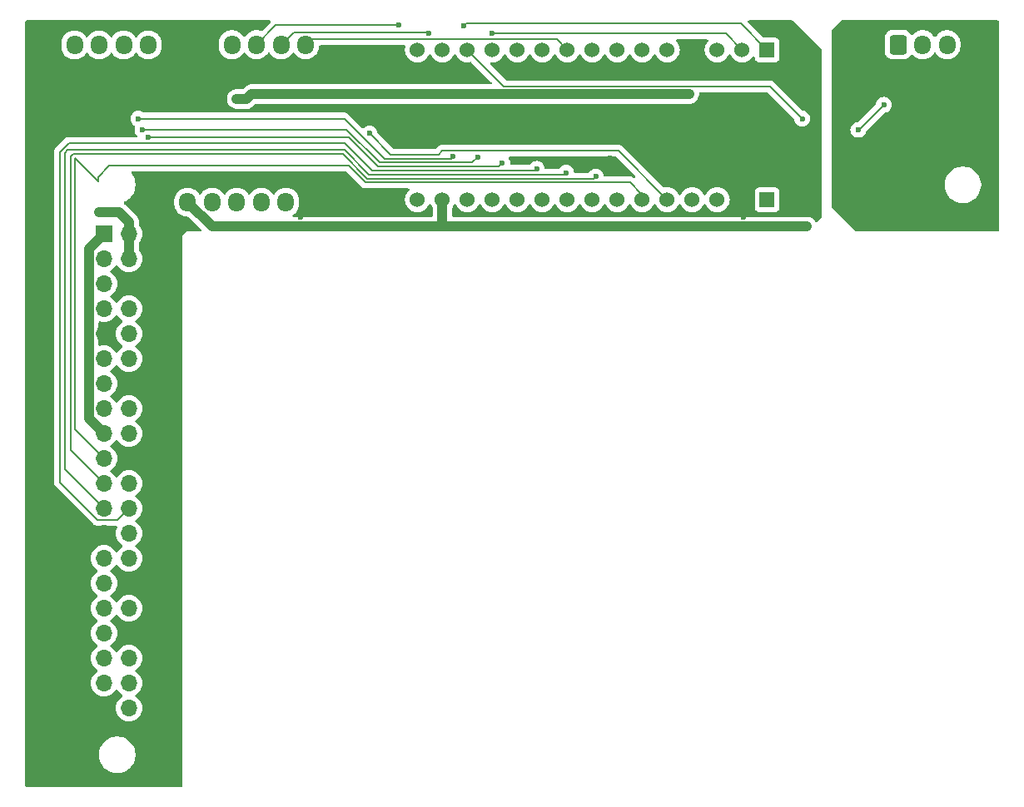
<source format=gbl>
G04 #@! TF.GenerationSoftware,KiCad,Pcbnew,8.0.4*
G04 #@! TF.CreationDate,2024-08-27T21:55:02+09:00*
G04 #@! TF.ProjectId,MDC,4d44432e-6b69-4636-9164-5f7063625858,rev?*
G04 #@! TF.SameCoordinates,Original*
G04 #@! TF.FileFunction,Copper,L2,Bot*
G04 #@! TF.FilePolarity,Positive*
%FSLAX46Y46*%
G04 Gerber Fmt 4.6, Leading zero omitted, Abs format (unit mm)*
G04 Created by KiCad (PCBNEW 8.0.4) date 2024-08-27 21:55:02*
%MOMM*%
%LPD*%
G01*
G04 APERTURE LIST*
G04 Aperture macros list*
%AMRoundRect*
0 Rectangle with rounded corners*
0 $1 Rounding radius*
0 $2 $3 $4 $5 $6 $7 $8 $9 X,Y pos of 4 corners*
0 Add a 4 corners polygon primitive as box body*
4,1,4,$2,$3,$4,$5,$6,$7,$8,$9,$2,$3,0*
0 Add four circle primitives for the rounded corners*
1,1,$1+$1,$2,$3*
1,1,$1+$1,$4,$5*
1,1,$1+$1,$6,$7*
1,1,$1+$1,$8,$9*
0 Add four rect primitives between the rounded corners*
20,1,$1+$1,$2,$3,$4,$5,0*
20,1,$1+$1,$4,$5,$6,$7,0*
20,1,$1+$1,$6,$7,$8,$9,0*
20,1,$1+$1,$8,$9,$2,$3,0*%
G04 Aperture macros list end*
G04 #@! TA.AperFunction,ComponentPad*
%ADD10RoundRect,0.250000X-0.600000X-0.725000X0.600000X-0.725000X0.600000X0.725000X-0.600000X0.725000X0*%
G04 #@! TD*
G04 #@! TA.AperFunction,ComponentPad*
%ADD11O,1.700000X1.950000*%
G04 #@! TD*
G04 #@! TA.AperFunction,ComponentPad*
%ADD12R,1.530000X1.530000*%
G04 #@! TD*
G04 #@! TA.AperFunction,ComponentPad*
%ADD13C,1.530000*%
G04 #@! TD*
G04 #@! TA.AperFunction,ComponentPad*
%ADD14R,1.700000X1.700000*%
G04 #@! TD*
G04 #@! TA.AperFunction,ComponentPad*
%ADD15O,1.700000X1.700000*%
G04 #@! TD*
G04 #@! TA.AperFunction,ComponentPad*
%ADD16RoundRect,0.250000X0.600000X0.725000X-0.600000X0.725000X-0.600000X-0.725000X0.600000X-0.725000X0*%
G04 #@! TD*
G04 #@! TA.AperFunction,ViaPad*
%ADD17C,0.600000*%
G04 #@! TD*
G04 #@! TA.AperFunction,Conductor*
%ADD18C,1.000000*%
G04 #@! TD*
G04 #@! TA.AperFunction,Conductor*
%ADD19C,0.200000*%
G04 #@! TD*
G04 APERTURE END LIST*
D10*
X69000000Y-52975000D03*
D11*
X71500000Y-52975000D03*
X74000000Y-52975000D03*
X76500000Y-52975000D03*
X79000000Y-52975000D03*
D12*
X125940000Y-53500000D03*
D13*
X123400000Y-53500000D03*
X120860000Y-53500000D03*
X118320000Y-53500000D03*
X115780000Y-53500000D03*
X113240000Y-53500000D03*
X110700000Y-53500000D03*
X108160000Y-53500000D03*
X105620000Y-53500000D03*
X103080000Y-53500000D03*
X100540000Y-53500000D03*
X98000000Y-53500000D03*
X95460000Y-53500000D03*
X92920000Y-53500000D03*
X90380000Y-53500000D03*
D12*
X125940000Y-68740000D03*
D13*
X123400000Y-68740000D03*
X120860000Y-68740000D03*
X118320000Y-68740000D03*
X115780000Y-68740000D03*
X113240000Y-68740000D03*
X110700000Y-68740000D03*
X108160000Y-68740000D03*
X105620000Y-68740000D03*
X103080000Y-68740000D03*
X100540000Y-68740000D03*
X98000000Y-68740000D03*
X95460000Y-68740000D03*
X92920000Y-68740000D03*
X90380000Y-68740000D03*
D14*
X58500000Y-72220000D03*
D15*
X61040000Y-72220000D03*
X58500000Y-74760000D03*
X61040000Y-74760000D03*
X58500000Y-77300000D03*
X61040000Y-77300000D03*
X58500000Y-79840000D03*
X61040000Y-79840000D03*
X58500000Y-82380000D03*
X61040000Y-82380000D03*
X58500000Y-84920000D03*
X61040000Y-84920000D03*
X58500000Y-87460000D03*
X61040000Y-87460000D03*
X58500000Y-90000000D03*
X61040000Y-90000000D03*
X58500000Y-92540000D03*
X61040000Y-92540000D03*
X58500000Y-95080000D03*
X61040000Y-95080000D03*
X58500000Y-97620000D03*
X61040000Y-97620000D03*
X58500000Y-100160000D03*
X61040000Y-100160000D03*
X58500000Y-102700000D03*
X61040000Y-102700000D03*
X58500000Y-105240000D03*
X61040000Y-105240000D03*
X58500000Y-107780000D03*
X61040000Y-107780000D03*
X58500000Y-110320000D03*
X61040000Y-110320000D03*
X58500000Y-112860000D03*
X61040000Y-112860000D03*
X58500000Y-115400000D03*
X61040000Y-115400000D03*
X58500000Y-117940000D03*
X61040000Y-117940000D03*
X58500000Y-120480000D03*
X61040000Y-120480000D03*
D10*
X139250000Y-52975000D03*
D11*
X141750000Y-52975000D03*
X144250000Y-52975000D03*
X146750000Y-52975000D03*
D10*
X53000000Y-53000000D03*
D11*
X55500000Y-53000000D03*
X58000000Y-53000000D03*
X60500000Y-53000000D03*
X63000000Y-53000000D03*
D16*
X79500000Y-69000000D03*
D11*
X77000000Y-69000000D03*
X74500000Y-69000000D03*
X72000000Y-69000000D03*
X69500000Y-69000000D03*
X67000000Y-69000000D03*
D17*
X64500000Y-102000000D03*
X129500000Y-53500000D03*
X51500000Y-73500000D03*
X53500000Y-51000000D03*
X59000000Y-59000000D03*
X52000000Y-102000000D03*
X58500000Y-122500000D03*
X51500000Y-127000000D03*
X122000000Y-61000000D03*
X63000000Y-108000000D03*
X63000000Y-95500000D03*
X129500000Y-69500000D03*
X62500000Y-113000000D03*
X63000000Y-87500000D03*
X51000000Y-53000000D03*
X65000000Y-127500000D03*
X95500000Y-61000000D03*
X63000000Y-77500000D03*
X53000000Y-55000000D03*
X64500000Y-72500000D03*
X110000000Y-64500000D03*
X114500000Y-61500000D03*
X86500000Y-69500000D03*
X67000000Y-53500000D03*
X56500000Y-120500000D03*
X115500000Y-56000000D03*
X123500000Y-70500000D03*
X123500000Y-67000000D03*
X81000000Y-69500000D03*
X78500000Y-70500000D03*
X69000000Y-55000000D03*
X119500000Y-55000000D03*
X59500000Y-83500000D03*
X118000000Y-58000000D03*
X58000000Y-70000000D03*
X72000000Y-58500000D03*
X130000000Y-71500000D03*
X91500000Y-51835000D03*
X137000000Y-55500000D03*
X140000000Y-67500000D03*
X133500000Y-57000000D03*
X133500000Y-51000000D03*
X134000000Y-67500000D03*
X145500000Y-51000000D03*
X141500000Y-56500000D03*
X135000000Y-51000000D03*
X143500000Y-59000000D03*
X148000000Y-61000000D03*
X148500000Y-51000000D03*
X138000000Y-60500000D03*
X147000000Y-54500000D03*
X148000000Y-57500000D03*
X136500000Y-51000000D03*
X138000000Y-64500000D03*
X148500000Y-71000000D03*
X135500000Y-71000000D03*
X135000000Y-63000000D03*
X141000000Y-61000000D03*
X129500000Y-60500000D03*
X137800000Y-59095000D03*
X135212000Y-61635000D03*
X96500000Y-64400000D03*
X62400000Y-61600000D03*
X94000000Y-64367157D03*
X62000000Y-60500000D03*
X88500000Y-51000000D03*
X99000000Y-65000000D03*
X63000000Y-62400000D03*
X85500000Y-62000000D03*
X108500000Y-66400000D03*
X105500000Y-66000000D03*
X102500000Y-65600000D03*
X95075899Y-51075899D03*
X98000000Y-51835000D03*
D18*
X61040000Y-72220000D02*
X61040000Y-74760000D01*
X60022081Y-70000000D02*
X61040000Y-71017919D01*
X73500000Y-58000000D02*
X118000000Y-58000000D01*
X58000000Y-70000000D02*
X60022081Y-70000000D01*
X61040000Y-71017919D02*
X61040000Y-72220000D01*
X72000000Y-58500000D02*
X73000000Y-58500000D01*
X73000000Y-58500000D02*
X73500000Y-58000000D01*
X92920000Y-71420000D02*
X93000000Y-71500000D01*
X67000000Y-69000000D02*
X69500000Y-71500000D01*
X69500000Y-71500000D02*
X93000000Y-71500000D01*
X93000000Y-71500000D02*
X130000000Y-71500000D01*
X56950000Y-90990000D02*
X58500000Y-92540000D01*
X58500000Y-72220000D02*
X56950000Y-73770000D01*
X92920000Y-68740000D02*
X92920000Y-71420000D01*
X56950000Y-73770000D02*
X56950000Y-90990000D01*
D19*
X91500000Y-51835000D02*
X91365000Y-51700000D01*
X77775000Y-51700000D02*
X76500000Y-52975000D01*
X91365000Y-51700000D02*
X77775000Y-51700000D01*
X99160000Y-57200000D02*
X126200000Y-57200000D01*
X126200000Y-57200000D02*
X129500000Y-60500000D01*
X95460000Y-53500000D02*
X99160000Y-57200000D01*
X79000000Y-52975000D02*
X79540000Y-52435000D01*
X104555000Y-52435000D02*
X105620000Y-53500000D01*
X79540000Y-52435000D02*
X104555000Y-52435000D01*
X135260000Y-61635000D02*
X135212000Y-61635000D01*
X137800000Y-59095000D02*
X135260000Y-61635000D01*
X86532843Y-64967157D02*
X95932843Y-64967157D01*
X83165686Y-61600000D02*
X86532843Y-64967157D01*
X62400000Y-61600000D02*
X83165686Y-61600000D01*
X95932843Y-64967157D02*
X96500000Y-64400000D01*
X93800000Y-64567157D02*
X94000000Y-64367157D01*
X82932843Y-60500000D02*
X87000000Y-64567157D01*
X62000000Y-60500000D02*
X82932843Y-60500000D01*
X87000000Y-64567157D02*
X93800000Y-64567157D01*
X75975000Y-51000000D02*
X88500000Y-51000000D01*
X74000000Y-52975000D02*
X75975000Y-51000000D01*
X86000000Y-65000000D02*
X86400000Y-65400000D01*
X86400000Y-65400000D02*
X98600000Y-65400000D01*
X63000000Y-62400000D02*
X83400000Y-62400000D01*
X98600000Y-65400000D02*
X99000000Y-65000000D01*
X83400000Y-62400000D02*
X86000000Y-65000000D01*
X92900000Y-63767157D02*
X110807157Y-63767157D01*
X110807157Y-63767157D02*
X115780000Y-68740000D01*
X87667157Y-64167157D02*
X92500000Y-64167157D01*
X85500000Y-62000000D02*
X87667157Y-64167157D01*
X92500000Y-64167157D02*
X92900000Y-63767157D01*
X55334314Y-64100000D02*
X55100000Y-64334314D01*
X55100000Y-94220000D02*
X58500000Y-97620000D01*
X55100000Y-64334314D02*
X55100000Y-94220000D01*
X82775430Y-64100000D02*
X55334314Y-64100000D01*
X108500000Y-66400000D02*
X108300000Y-66600000D01*
X108300000Y-66600000D02*
X85275430Y-66600000D01*
X85275430Y-66600000D02*
X82775430Y-64100000D01*
X105300000Y-66200000D02*
X105500000Y-66000000D01*
X54800000Y-63700000D02*
X54500000Y-64000000D01*
X54500000Y-64000000D02*
X54500000Y-96160000D01*
X85441116Y-66200000D02*
X82941116Y-63700000D01*
X82941116Y-63700000D02*
X54800000Y-63700000D01*
X85441116Y-66200000D02*
X105300000Y-66200000D01*
X54500000Y-96160000D02*
X58500000Y-100160000D01*
X54000000Y-63934314D02*
X54000000Y-97500000D01*
X54000000Y-97500000D02*
X57810000Y-101310000D01*
X57810000Y-101310000D02*
X59890000Y-101310000D01*
X54934314Y-63000000D02*
X54000000Y-63934314D01*
X102500000Y-65600000D02*
X102300000Y-65800000D01*
X83000000Y-63000000D02*
X54934314Y-63000000D01*
X102300000Y-65800000D02*
X85800000Y-65800000D01*
X59890000Y-101310000D02*
X61040000Y-100160000D01*
X85800000Y-65800000D02*
X83000000Y-63000000D01*
X85109744Y-67000000D02*
X112000000Y-67000000D01*
X57900000Y-66422284D02*
X59042284Y-65280000D01*
X58500000Y-95080000D02*
X55500000Y-92080000D01*
X112000000Y-67000000D02*
X113240000Y-68240000D01*
X55500000Y-92080000D02*
X55500000Y-64500000D01*
X59042284Y-65280000D02*
X83389744Y-65280000D01*
X57900000Y-66900000D02*
X57900000Y-66422284D01*
X113240000Y-68240000D02*
X113240000Y-68740000D01*
X55500000Y-64500000D02*
X57900000Y-66900000D01*
X83389744Y-65280000D02*
X85109744Y-67000000D01*
X95352654Y-50799144D02*
X123239144Y-50799144D01*
X95075899Y-51075899D02*
X95352654Y-50799144D01*
X123239144Y-50799144D02*
X125940000Y-53500000D01*
X98000000Y-51835000D02*
X121735000Y-51835000D01*
X121735000Y-51835000D02*
X123400000Y-53500000D01*
G04 #@! TA.AperFunction,Conductor*
G36*
X149442539Y-50520185D02*
G01*
X149488294Y-50572989D01*
X149499500Y-50624500D01*
X149499500Y-71875500D01*
X149479815Y-71942539D01*
X149427011Y-71988294D01*
X149375500Y-71999500D01*
X135050862Y-71999500D01*
X134983823Y-71979815D01*
X134963181Y-71963181D01*
X132536319Y-69536319D01*
X132502834Y-69474996D01*
X132500000Y-69448638D01*
X132500000Y-67108711D01*
X143999500Y-67108711D01*
X143999500Y-67351288D01*
X144031161Y-67591785D01*
X144093947Y-67826104D01*
X144186773Y-68050205D01*
X144186776Y-68050212D01*
X144308064Y-68260289D01*
X144308066Y-68260292D01*
X144308067Y-68260293D01*
X144455733Y-68452736D01*
X144455739Y-68452743D01*
X144627256Y-68624260D01*
X144627262Y-68624265D01*
X144819711Y-68771936D01*
X145029788Y-68893224D01*
X145253900Y-68986054D01*
X145488211Y-69048838D01*
X145668586Y-69072584D01*
X145728711Y-69080500D01*
X145728712Y-69080500D01*
X145971289Y-69080500D01*
X146019388Y-69074167D01*
X146211789Y-69048838D01*
X146446100Y-68986054D01*
X146670212Y-68893224D01*
X146880289Y-68771936D01*
X147072738Y-68624265D01*
X147244265Y-68452738D01*
X147391936Y-68260289D01*
X147513224Y-68050212D01*
X147606054Y-67826100D01*
X147668838Y-67591789D01*
X147700500Y-67351288D01*
X147700500Y-67108712D01*
X147668838Y-66868211D01*
X147606054Y-66633900D01*
X147513224Y-66409788D01*
X147391936Y-66199711D01*
X147244265Y-66007262D01*
X147244260Y-66007256D01*
X147072743Y-65835739D01*
X147072736Y-65835733D01*
X146880293Y-65688067D01*
X146880292Y-65688066D01*
X146880289Y-65688064D01*
X146670212Y-65566776D01*
X146670205Y-65566773D01*
X146446104Y-65473947D01*
X146211785Y-65411161D01*
X145971289Y-65379500D01*
X145971288Y-65379500D01*
X145728712Y-65379500D01*
X145728711Y-65379500D01*
X145488214Y-65411161D01*
X145253895Y-65473947D01*
X145029794Y-65566773D01*
X145029785Y-65566777D01*
X144819706Y-65688067D01*
X144627263Y-65835733D01*
X144627256Y-65835739D01*
X144455739Y-66007256D01*
X144455733Y-66007263D01*
X144308067Y-66199706D01*
X144186777Y-66409785D01*
X144186773Y-66409794D01*
X144093947Y-66633895D01*
X144031161Y-66868214D01*
X143999500Y-67108711D01*
X132500000Y-67108711D01*
X132500000Y-61634996D01*
X134406435Y-61634996D01*
X134406435Y-61635003D01*
X134426630Y-61814249D01*
X134426631Y-61814254D01*
X134486211Y-61984523D01*
X134582184Y-62137262D01*
X134709738Y-62264816D01*
X134862478Y-62360789D01*
X135032745Y-62420368D01*
X135032750Y-62420369D01*
X135211996Y-62440565D01*
X135212000Y-62440565D01*
X135212004Y-62440565D01*
X135391249Y-62420369D01*
X135391252Y-62420368D01*
X135391255Y-62420368D01*
X135561522Y-62360789D01*
X135714262Y-62264816D01*
X135841816Y-62137262D01*
X135937789Y-61984522D01*
X135997368Y-61814255D01*
X136001066Y-61781426D01*
X136028130Y-61717015D01*
X136036595Y-61707638D01*
X137818535Y-59925698D01*
X137879856Y-59892215D01*
X137892311Y-59890163D01*
X137979255Y-59880368D01*
X138149522Y-59820789D01*
X138302262Y-59724816D01*
X138429816Y-59597262D01*
X138525789Y-59444522D01*
X138585368Y-59274255D01*
X138605565Y-59095000D01*
X138602419Y-59067082D01*
X138585369Y-58915750D01*
X138585368Y-58915745D01*
X138525788Y-58745476D01*
X138429815Y-58592737D01*
X138302262Y-58465184D01*
X138149523Y-58369211D01*
X137979254Y-58309631D01*
X137979249Y-58309630D01*
X137800004Y-58289435D01*
X137799996Y-58289435D01*
X137620750Y-58309630D01*
X137620745Y-58309631D01*
X137450476Y-58369211D01*
X137297737Y-58465184D01*
X137170184Y-58592737D01*
X137074210Y-58745478D01*
X137014630Y-58915750D01*
X137004837Y-59002668D01*
X136977770Y-59067082D01*
X136969298Y-59076465D01*
X135247560Y-60798203D01*
X135186237Y-60831688D01*
X135173763Y-60833742D01*
X135032749Y-60849630D01*
X135032745Y-60849631D01*
X134862476Y-60909211D01*
X134709737Y-61005184D01*
X134582184Y-61132737D01*
X134486211Y-61285476D01*
X134426631Y-61455745D01*
X134426630Y-61455750D01*
X134406435Y-61634996D01*
X132500000Y-61634996D01*
X132500000Y-52199983D01*
X137899500Y-52199983D01*
X137899500Y-53750001D01*
X137899501Y-53750018D01*
X137910000Y-53852796D01*
X137910001Y-53852799D01*
X137955894Y-53991294D01*
X137965186Y-54019334D01*
X138057288Y-54168656D01*
X138181344Y-54292712D01*
X138330666Y-54384814D01*
X138497203Y-54439999D01*
X138599991Y-54450500D01*
X139900008Y-54450499D01*
X140002797Y-54439999D01*
X140169334Y-54384814D01*
X140318656Y-54292712D01*
X140442712Y-54168656D01*
X140534814Y-54019334D01*
X140534814Y-54019331D01*
X140538178Y-54013879D01*
X140590126Y-53967154D01*
X140659088Y-53955931D01*
X140723170Y-53983774D01*
X140731398Y-53991294D01*
X140870213Y-54130109D01*
X141042179Y-54255048D01*
X141042181Y-54255049D01*
X141042184Y-54255051D01*
X141231588Y-54351557D01*
X141433757Y-54417246D01*
X141643713Y-54450500D01*
X141643714Y-54450500D01*
X141856286Y-54450500D01*
X141856287Y-54450500D01*
X142066243Y-54417246D01*
X142268412Y-54351557D01*
X142457816Y-54255051D01*
X142479789Y-54239086D01*
X142629786Y-54130109D01*
X142629788Y-54130106D01*
X142629792Y-54130104D01*
X142780104Y-53979792D01*
X142899683Y-53815204D01*
X142955011Y-53772540D01*
X143024624Y-53766561D01*
X143086420Y-53799166D01*
X143100313Y-53815199D01*
X143202560Y-53955931D01*
X143219896Y-53979792D01*
X143370213Y-54130109D01*
X143542179Y-54255048D01*
X143542181Y-54255049D01*
X143542184Y-54255051D01*
X143731588Y-54351557D01*
X143933757Y-54417246D01*
X144143713Y-54450500D01*
X144143714Y-54450500D01*
X144356286Y-54450500D01*
X144356287Y-54450500D01*
X144566243Y-54417246D01*
X144768412Y-54351557D01*
X144957816Y-54255051D01*
X144979789Y-54239086D01*
X145129786Y-54130109D01*
X145129788Y-54130106D01*
X145129792Y-54130104D01*
X145280104Y-53979792D01*
X145280106Y-53979788D01*
X145280109Y-53979786D01*
X145405048Y-53807820D01*
X145405047Y-53807820D01*
X145405051Y-53807816D01*
X145501557Y-53618412D01*
X145567246Y-53416243D01*
X145600500Y-53206287D01*
X145600500Y-52743713D01*
X145567246Y-52533757D01*
X145501557Y-52331588D01*
X145405051Y-52142184D01*
X145405049Y-52142181D01*
X145405048Y-52142179D01*
X145280109Y-51970213D01*
X145129786Y-51819890D01*
X144957820Y-51694951D01*
X144768414Y-51598444D01*
X144768413Y-51598443D01*
X144768412Y-51598443D01*
X144566243Y-51532754D01*
X144566241Y-51532753D01*
X144566240Y-51532753D01*
X144404957Y-51507208D01*
X144356287Y-51499500D01*
X144143713Y-51499500D01*
X144095042Y-51507208D01*
X143933760Y-51532753D01*
X143731585Y-51598444D01*
X143542179Y-51694951D01*
X143370213Y-51819890D01*
X143219894Y-51970209D01*
X143219890Y-51970214D01*
X143100318Y-52134793D01*
X143044989Y-52177459D01*
X142975375Y-52183438D01*
X142913580Y-52150833D01*
X142899682Y-52134793D01*
X142780109Y-51970214D01*
X142780105Y-51970209D01*
X142629786Y-51819890D01*
X142457820Y-51694951D01*
X142268414Y-51598444D01*
X142268413Y-51598443D01*
X142268412Y-51598443D01*
X142066243Y-51532754D01*
X142066241Y-51532753D01*
X142066240Y-51532753D01*
X141904957Y-51507208D01*
X141856287Y-51499500D01*
X141643713Y-51499500D01*
X141595042Y-51507208D01*
X141433760Y-51532753D01*
X141231585Y-51598444D01*
X141042179Y-51694951D01*
X140870215Y-51819889D01*
X140731398Y-51958706D01*
X140670075Y-51992190D01*
X140600383Y-51987206D01*
X140544450Y-51945334D01*
X140538178Y-51936120D01*
X140442712Y-51781344D01*
X140318657Y-51657289D01*
X140318656Y-51657288D01*
X140169334Y-51565186D01*
X140002797Y-51510001D01*
X140002795Y-51510000D01*
X139900010Y-51499500D01*
X138599998Y-51499500D01*
X138599981Y-51499501D01*
X138497203Y-51510000D01*
X138497200Y-51510001D01*
X138330668Y-51565185D01*
X138330663Y-51565187D01*
X138181342Y-51657289D01*
X138057289Y-51781342D01*
X137965187Y-51930663D01*
X137965185Y-51930668D01*
X137960325Y-51945334D01*
X137910001Y-52097203D01*
X137910001Y-52097204D01*
X137910000Y-52097204D01*
X137899500Y-52199983D01*
X132500000Y-52199983D01*
X132500000Y-51551362D01*
X132519685Y-51484323D01*
X132536319Y-51463681D01*
X133463181Y-50536819D01*
X133524504Y-50503334D01*
X133550862Y-50500500D01*
X149375500Y-50500500D01*
X149442539Y-50520185D01*
G37*
G04 #@! TD.AperFunction*
G04 #@! TA.AperFunction,Conductor*
G36*
X75392941Y-50520185D02*
G01*
X75438696Y-50572989D01*
X75448640Y-50642147D01*
X75419615Y-50705703D01*
X75413583Y-50712181D01*
X74578867Y-51546896D01*
X74517544Y-51580381D01*
X74452868Y-51577146D01*
X74316240Y-51532753D01*
X74154957Y-51507208D01*
X74106287Y-51499500D01*
X73893713Y-51499500D01*
X73845042Y-51507208D01*
X73683760Y-51532753D01*
X73481585Y-51598444D01*
X73292179Y-51694951D01*
X73120213Y-51819890D01*
X72969894Y-51970209D01*
X72969890Y-51970214D01*
X72850318Y-52134793D01*
X72794989Y-52177459D01*
X72725375Y-52183438D01*
X72663580Y-52150833D01*
X72649682Y-52134793D01*
X72530109Y-51970214D01*
X72530105Y-51970209D01*
X72379786Y-51819890D01*
X72207820Y-51694951D01*
X72018414Y-51598444D01*
X72018413Y-51598443D01*
X72018412Y-51598443D01*
X71816243Y-51532754D01*
X71816241Y-51532753D01*
X71816240Y-51532753D01*
X71654957Y-51507208D01*
X71606287Y-51499500D01*
X71393713Y-51499500D01*
X71345042Y-51507208D01*
X71183760Y-51532753D01*
X70981585Y-51598444D01*
X70792179Y-51694951D01*
X70620213Y-51819890D01*
X70469890Y-51970213D01*
X70344951Y-52142179D01*
X70248444Y-52331585D01*
X70182753Y-52533760D01*
X70158463Y-52687123D01*
X70149500Y-52743713D01*
X70149500Y-53206287D01*
X70153460Y-53231287D01*
X70161080Y-53279403D01*
X70182754Y-53416243D01*
X70209968Y-53500000D01*
X70248444Y-53618414D01*
X70344951Y-53807820D01*
X70469890Y-53979786D01*
X70620213Y-54130109D01*
X70792179Y-54255048D01*
X70792181Y-54255049D01*
X70792184Y-54255051D01*
X70981588Y-54351557D01*
X71183757Y-54417246D01*
X71393713Y-54450500D01*
X71393714Y-54450500D01*
X71606286Y-54450500D01*
X71606287Y-54450500D01*
X71816243Y-54417246D01*
X72018412Y-54351557D01*
X72207816Y-54255051D01*
X72272150Y-54208310D01*
X72379786Y-54130109D01*
X72379788Y-54130106D01*
X72379792Y-54130104D01*
X72530104Y-53979792D01*
X72649683Y-53815204D01*
X72705011Y-53772540D01*
X72774624Y-53766561D01*
X72836420Y-53799166D01*
X72850313Y-53815199D01*
X72941215Y-53940316D01*
X72969896Y-53979792D01*
X73120213Y-54130109D01*
X73292179Y-54255048D01*
X73292181Y-54255049D01*
X73292184Y-54255051D01*
X73481588Y-54351557D01*
X73683757Y-54417246D01*
X73893713Y-54450500D01*
X73893714Y-54450500D01*
X74106286Y-54450500D01*
X74106287Y-54450500D01*
X74316243Y-54417246D01*
X74518412Y-54351557D01*
X74707816Y-54255051D01*
X74772150Y-54208310D01*
X74879786Y-54130109D01*
X74879788Y-54130106D01*
X74879792Y-54130104D01*
X75030104Y-53979792D01*
X75149683Y-53815204D01*
X75205011Y-53772540D01*
X75274624Y-53766561D01*
X75336420Y-53799166D01*
X75350313Y-53815199D01*
X75441215Y-53940316D01*
X75469896Y-53979792D01*
X75620213Y-54130109D01*
X75792179Y-54255048D01*
X75792181Y-54255049D01*
X75792184Y-54255051D01*
X75981588Y-54351557D01*
X76183757Y-54417246D01*
X76393713Y-54450500D01*
X76393714Y-54450500D01*
X76606286Y-54450500D01*
X76606287Y-54450500D01*
X76816243Y-54417246D01*
X77018412Y-54351557D01*
X77207816Y-54255051D01*
X77272150Y-54208310D01*
X77379786Y-54130109D01*
X77379788Y-54130106D01*
X77379792Y-54130104D01*
X77530104Y-53979792D01*
X77649683Y-53815204D01*
X77705011Y-53772540D01*
X77774624Y-53766561D01*
X77836420Y-53799166D01*
X77850313Y-53815199D01*
X77941215Y-53940316D01*
X77969896Y-53979792D01*
X78120213Y-54130109D01*
X78292179Y-54255048D01*
X78292181Y-54255049D01*
X78292184Y-54255051D01*
X78481588Y-54351557D01*
X78683757Y-54417246D01*
X78893713Y-54450500D01*
X78893714Y-54450500D01*
X79106286Y-54450500D01*
X79106287Y-54450500D01*
X79316243Y-54417246D01*
X79518412Y-54351557D01*
X79707816Y-54255051D01*
X79772150Y-54208310D01*
X79879786Y-54130109D01*
X79879788Y-54130106D01*
X79879792Y-54130104D01*
X80030104Y-53979792D01*
X80030106Y-53979788D01*
X80030109Y-53979786D01*
X80155048Y-53807820D01*
X80155047Y-53807820D01*
X80155051Y-53807816D01*
X80251557Y-53618412D01*
X80317246Y-53416243D01*
X80350500Y-53206287D01*
X80350500Y-53159500D01*
X80370185Y-53092461D01*
X80422989Y-53046706D01*
X80474500Y-53035500D01*
X89032720Y-53035500D01*
X89099759Y-53055185D01*
X89145514Y-53107989D01*
X89155458Y-53177147D01*
X89152495Y-53191593D01*
X89128966Y-53279403D01*
X89128964Y-53279414D01*
X89109666Y-53499998D01*
X89109666Y-53500001D01*
X89128964Y-53720585D01*
X89128965Y-53720592D01*
X89186275Y-53934475D01*
X89186279Y-53934486D01*
X89240938Y-54051703D01*
X89279858Y-54135167D01*
X89406868Y-54316555D01*
X89563445Y-54473132D01*
X89744833Y-54600142D01*
X89828296Y-54639061D01*
X89945513Y-54693720D01*
X89945515Y-54693720D01*
X89945520Y-54693723D01*
X90159409Y-54751035D01*
X90316974Y-54764820D01*
X90379998Y-54770334D01*
X90380000Y-54770334D01*
X90380002Y-54770334D01*
X90435276Y-54765498D01*
X90600591Y-54751035D01*
X90814480Y-54693723D01*
X91015167Y-54600142D01*
X91196555Y-54473132D01*
X91353132Y-54316555D01*
X91480142Y-54135167D01*
X91537618Y-54011907D01*
X91583790Y-53959468D01*
X91650983Y-53940316D01*
X91717864Y-53960531D01*
X91762381Y-54011907D01*
X91819858Y-54135167D01*
X91946868Y-54316555D01*
X92103445Y-54473132D01*
X92284833Y-54600142D01*
X92368296Y-54639061D01*
X92485513Y-54693720D01*
X92485515Y-54693720D01*
X92485520Y-54693723D01*
X92699409Y-54751035D01*
X92856974Y-54764820D01*
X92919998Y-54770334D01*
X92920000Y-54770334D01*
X92920002Y-54770334D01*
X92975276Y-54765498D01*
X93140591Y-54751035D01*
X93354480Y-54693723D01*
X93555167Y-54600142D01*
X93736555Y-54473132D01*
X93893132Y-54316555D01*
X94020142Y-54135167D01*
X94077618Y-54011907D01*
X94123790Y-53959468D01*
X94190983Y-53940316D01*
X94257864Y-53960531D01*
X94302381Y-54011907D01*
X94359858Y-54135167D01*
X94486868Y-54316555D01*
X94643445Y-54473132D01*
X94824833Y-54600142D01*
X94908296Y-54639061D01*
X95025513Y-54693720D01*
X95025515Y-54693720D01*
X95025520Y-54693723D01*
X95239409Y-54751035D01*
X95396974Y-54764820D01*
X95459998Y-54770334D01*
X95460000Y-54770334D01*
X95460002Y-54770334D01*
X95490575Y-54767659D01*
X95680591Y-54751035D01*
X95754352Y-54731270D01*
X95824201Y-54732931D01*
X95874128Y-54763363D01*
X97898584Y-56787819D01*
X97932069Y-56849142D01*
X97927085Y-56918834D01*
X97885213Y-56974767D01*
X97819749Y-56999184D01*
X97810903Y-56999500D01*
X73401455Y-56999500D01*
X73304812Y-57018724D01*
X73208167Y-57037947D01*
X73208161Y-57037949D01*
X73154834Y-57060037D01*
X73154834Y-57060038D01*
X73109315Y-57078892D01*
X73026089Y-57113366D01*
X73026079Y-57113371D01*
X72862219Y-57222859D01*
X72792540Y-57292538D01*
X72722861Y-57362218D01*
X72621898Y-57463181D01*
X72560575Y-57496666D01*
X72534217Y-57499500D01*
X71901457Y-57499500D01*
X71708170Y-57537947D01*
X71708160Y-57537950D01*
X71526092Y-57613364D01*
X71526079Y-57613371D01*
X71362218Y-57722860D01*
X71362214Y-57722863D01*
X71222863Y-57862214D01*
X71222860Y-57862218D01*
X71113371Y-58026079D01*
X71113364Y-58026092D01*
X71037950Y-58208160D01*
X71037947Y-58208170D01*
X70999500Y-58401456D01*
X70999500Y-58401459D01*
X70999500Y-58598541D01*
X70999500Y-58598543D01*
X70999499Y-58598543D01*
X71037947Y-58791829D01*
X71037950Y-58791839D01*
X71113364Y-58973907D01*
X71113371Y-58973920D01*
X71222860Y-59137781D01*
X71222863Y-59137785D01*
X71362214Y-59277136D01*
X71362218Y-59277139D01*
X71526079Y-59386628D01*
X71526092Y-59386635D01*
X71708160Y-59462049D01*
X71708165Y-59462051D01*
X71708169Y-59462051D01*
X71708170Y-59462052D01*
X71901456Y-59500500D01*
X71901459Y-59500500D01*
X73098542Y-59500500D01*
X73117870Y-59496655D01*
X73195188Y-59481275D01*
X73291836Y-59462051D01*
X73345165Y-59439961D01*
X73473914Y-59386632D01*
X73637782Y-59277139D01*
X73777139Y-59137782D01*
X73777140Y-59137779D01*
X73784206Y-59130714D01*
X73784210Y-59130709D01*
X73878103Y-59036818D01*
X73939426Y-59003334D01*
X73965783Y-59000500D01*
X118098543Y-59000500D01*
X118232196Y-58973914D01*
X118291835Y-58962051D01*
X118473914Y-58886632D01*
X118637782Y-58777139D01*
X118777139Y-58637782D01*
X118886632Y-58473914D01*
X118962051Y-58291835D01*
X119000500Y-58098541D01*
X119000500Y-57924500D01*
X119020185Y-57857461D01*
X119072989Y-57811706D01*
X119124500Y-57800500D01*
X125899903Y-57800500D01*
X125966942Y-57820185D01*
X125987584Y-57836819D01*
X128669298Y-60518534D01*
X128702783Y-60579857D01*
X128704837Y-60592331D01*
X128714630Y-60679249D01*
X128774210Y-60849521D01*
X128870184Y-61002262D01*
X128997738Y-61129816D01*
X129088080Y-61186582D01*
X129132721Y-61214632D01*
X129150478Y-61225789D01*
X129288860Y-61274211D01*
X129320745Y-61285368D01*
X129320750Y-61285369D01*
X129499996Y-61305565D01*
X129500000Y-61305565D01*
X129500004Y-61305565D01*
X129679249Y-61285369D01*
X129679252Y-61285368D01*
X129679255Y-61285368D01*
X129849522Y-61225789D01*
X130002262Y-61129816D01*
X130129816Y-61002262D01*
X130225789Y-60849522D01*
X130285368Y-60679255D01*
X130295162Y-60592331D01*
X130305565Y-60500003D01*
X130305565Y-60499996D01*
X130285369Y-60320750D01*
X130285368Y-60320745D01*
X130225788Y-60150476D01*
X130129815Y-59997737D01*
X130002262Y-59870184D01*
X129849521Y-59774210D01*
X129679249Y-59714630D01*
X129592331Y-59704837D01*
X129527917Y-59677770D01*
X129518534Y-59669298D01*
X126687590Y-56838355D01*
X126687588Y-56838352D01*
X126568717Y-56719481D01*
X126568716Y-56719480D01*
X126481904Y-56669360D01*
X126481904Y-56669359D01*
X126481900Y-56669358D01*
X126431785Y-56640423D01*
X126279057Y-56599499D01*
X126120943Y-56599499D01*
X126113347Y-56599499D01*
X126113331Y-56599500D01*
X99460097Y-56599500D01*
X99393058Y-56579815D01*
X99372416Y-56563181D01*
X97780161Y-54970926D01*
X97746676Y-54909603D01*
X97751660Y-54839911D01*
X97793532Y-54783978D01*
X97858996Y-54759561D01*
X97878645Y-54759716D01*
X97976648Y-54768291D01*
X97999999Y-54770334D01*
X98000000Y-54770334D01*
X98000002Y-54770334D01*
X98055276Y-54765498D01*
X98220591Y-54751035D01*
X98434480Y-54693723D01*
X98635167Y-54600142D01*
X98816555Y-54473132D01*
X98973132Y-54316555D01*
X99100142Y-54135167D01*
X99157618Y-54011907D01*
X99203790Y-53959468D01*
X99270983Y-53940316D01*
X99337864Y-53960531D01*
X99382381Y-54011907D01*
X99439858Y-54135167D01*
X99566868Y-54316555D01*
X99723445Y-54473132D01*
X99904833Y-54600142D01*
X99988296Y-54639061D01*
X100105513Y-54693720D01*
X100105515Y-54693720D01*
X100105520Y-54693723D01*
X100319409Y-54751035D01*
X100476974Y-54764820D01*
X100539998Y-54770334D01*
X100540000Y-54770334D01*
X100540002Y-54770334D01*
X100595276Y-54765498D01*
X100760591Y-54751035D01*
X100974480Y-54693723D01*
X101175167Y-54600142D01*
X101356555Y-54473132D01*
X101513132Y-54316555D01*
X101640142Y-54135167D01*
X101697618Y-54011907D01*
X101743790Y-53959468D01*
X101810983Y-53940316D01*
X101877864Y-53960531D01*
X101922381Y-54011907D01*
X101979858Y-54135167D01*
X102106868Y-54316555D01*
X102263445Y-54473132D01*
X102444833Y-54600142D01*
X102528296Y-54639061D01*
X102645513Y-54693720D01*
X102645515Y-54693720D01*
X102645520Y-54693723D01*
X102859409Y-54751035D01*
X103016974Y-54764820D01*
X103079998Y-54770334D01*
X103080000Y-54770334D01*
X103080002Y-54770334D01*
X103135276Y-54765498D01*
X103300591Y-54751035D01*
X103514480Y-54693723D01*
X103715167Y-54600142D01*
X103896555Y-54473132D01*
X104053132Y-54316555D01*
X104180142Y-54135167D01*
X104237618Y-54011907D01*
X104283790Y-53959468D01*
X104350983Y-53940316D01*
X104417864Y-53960531D01*
X104462381Y-54011907D01*
X104519858Y-54135167D01*
X104646868Y-54316555D01*
X104803445Y-54473132D01*
X104984833Y-54600142D01*
X105068296Y-54639061D01*
X105185513Y-54693720D01*
X105185515Y-54693720D01*
X105185520Y-54693723D01*
X105399409Y-54751035D01*
X105556974Y-54764820D01*
X105619998Y-54770334D01*
X105620000Y-54770334D01*
X105620002Y-54770334D01*
X105675276Y-54765498D01*
X105840591Y-54751035D01*
X106054480Y-54693723D01*
X106255167Y-54600142D01*
X106436555Y-54473132D01*
X106593132Y-54316555D01*
X106720142Y-54135167D01*
X106777618Y-54011907D01*
X106823790Y-53959468D01*
X106890983Y-53940316D01*
X106957864Y-53960531D01*
X107002381Y-54011907D01*
X107059858Y-54135167D01*
X107186868Y-54316555D01*
X107343445Y-54473132D01*
X107524833Y-54600142D01*
X107608296Y-54639061D01*
X107725513Y-54693720D01*
X107725515Y-54693720D01*
X107725520Y-54693723D01*
X107939409Y-54751035D01*
X108096974Y-54764820D01*
X108159998Y-54770334D01*
X108160000Y-54770334D01*
X108160002Y-54770334D01*
X108215276Y-54765498D01*
X108380591Y-54751035D01*
X108594480Y-54693723D01*
X108795167Y-54600142D01*
X108976555Y-54473132D01*
X109133132Y-54316555D01*
X109260142Y-54135167D01*
X109317618Y-54011907D01*
X109363790Y-53959468D01*
X109430983Y-53940316D01*
X109497864Y-53960531D01*
X109542381Y-54011907D01*
X109599858Y-54135167D01*
X109726868Y-54316555D01*
X109883445Y-54473132D01*
X110064833Y-54600142D01*
X110148296Y-54639061D01*
X110265513Y-54693720D01*
X110265515Y-54693720D01*
X110265520Y-54693723D01*
X110479409Y-54751035D01*
X110636974Y-54764820D01*
X110699998Y-54770334D01*
X110700000Y-54770334D01*
X110700002Y-54770334D01*
X110755276Y-54765498D01*
X110920591Y-54751035D01*
X111134480Y-54693723D01*
X111335167Y-54600142D01*
X111516555Y-54473132D01*
X111673132Y-54316555D01*
X111800142Y-54135167D01*
X111857618Y-54011907D01*
X111903790Y-53959468D01*
X111970983Y-53940316D01*
X112037864Y-53960531D01*
X112082381Y-54011907D01*
X112139858Y-54135167D01*
X112266868Y-54316555D01*
X112423445Y-54473132D01*
X112604833Y-54600142D01*
X112688296Y-54639061D01*
X112805513Y-54693720D01*
X112805515Y-54693720D01*
X112805520Y-54693723D01*
X113019409Y-54751035D01*
X113176974Y-54764820D01*
X113239998Y-54770334D01*
X113240000Y-54770334D01*
X113240002Y-54770334D01*
X113295276Y-54765498D01*
X113460591Y-54751035D01*
X113674480Y-54693723D01*
X113875167Y-54600142D01*
X114056555Y-54473132D01*
X114213132Y-54316555D01*
X114340142Y-54135167D01*
X114397618Y-54011907D01*
X114443790Y-53959468D01*
X114510983Y-53940316D01*
X114577864Y-53960531D01*
X114622381Y-54011907D01*
X114679858Y-54135167D01*
X114806868Y-54316555D01*
X114963445Y-54473132D01*
X115144833Y-54600142D01*
X115228296Y-54639061D01*
X115345513Y-54693720D01*
X115345515Y-54693720D01*
X115345520Y-54693723D01*
X115559409Y-54751035D01*
X115716974Y-54764820D01*
X115779998Y-54770334D01*
X115780000Y-54770334D01*
X115780002Y-54770334D01*
X115835276Y-54765498D01*
X116000591Y-54751035D01*
X116214480Y-54693723D01*
X116415167Y-54600142D01*
X116596555Y-54473132D01*
X116753132Y-54316555D01*
X116880142Y-54135167D01*
X116973723Y-53934480D01*
X117031035Y-53720591D01*
X117050334Y-53500000D01*
X117031035Y-53279409D01*
X116973723Y-53065520D01*
X116961574Y-53039467D01*
X116880143Y-52864836D01*
X116880142Y-52864834D01*
X116880142Y-52864833D01*
X116753132Y-52683445D01*
X116716868Y-52647181D01*
X116683383Y-52585858D01*
X116688367Y-52516166D01*
X116730239Y-52460233D01*
X116795703Y-52435816D01*
X116804549Y-52435500D01*
X119835451Y-52435500D01*
X119902490Y-52455185D01*
X119948245Y-52507989D01*
X119958189Y-52577147D01*
X119929164Y-52640703D01*
X119923132Y-52647181D01*
X119886871Y-52683441D01*
X119886868Y-52683444D01*
X119759857Y-52864834D01*
X119759856Y-52864836D01*
X119666279Y-53065513D01*
X119666275Y-53065524D01*
X119608965Y-53279407D01*
X119608964Y-53279414D01*
X119589666Y-53499998D01*
X119589666Y-53500001D01*
X119608964Y-53720585D01*
X119608965Y-53720592D01*
X119666275Y-53934475D01*
X119666279Y-53934486D01*
X119720938Y-54051703D01*
X119759858Y-54135167D01*
X119886868Y-54316555D01*
X120043445Y-54473132D01*
X120224833Y-54600142D01*
X120308296Y-54639061D01*
X120425513Y-54693720D01*
X120425515Y-54693720D01*
X120425520Y-54693723D01*
X120639409Y-54751035D01*
X120796974Y-54764820D01*
X120859998Y-54770334D01*
X120860000Y-54770334D01*
X120860002Y-54770334D01*
X120915276Y-54765498D01*
X121080591Y-54751035D01*
X121294480Y-54693723D01*
X121495167Y-54600142D01*
X121676555Y-54473132D01*
X121833132Y-54316555D01*
X121960142Y-54135167D01*
X122017618Y-54011907D01*
X122063790Y-53959468D01*
X122130983Y-53940316D01*
X122197864Y-53960531D01*
X122242381Y-54011907D01*
X122299858Y-54135167D01*
X122426868Y-54316555D01*
X122583445Y-54473132D01*
X122764833Y-54600142D01*
X122848296Y-54639061D01*
X122965513Y-54693720D01*
X122965515Y-54693720D01*
X122965520Y-54693723D01*
X123179409Y-54751035D01*
X123336974Y-54764820D01*
X123399998Y-54770334D01*
X123400000Y-54770334D01*
X123400002Y-54770334D01*
X123455276Y-54765498D01*
X123620591Y-54751035D01*
X123834480Y-54693723D01*
X124035167Y-54600142D01*
X124216555Y-54473132D01*
X124373132Y-54316555D01*
X124448928Y-54208307D01*
X124503501Y-54164685D01*
X124573000Y-54157491D01*
X124635355Y-54189013D01*
X124670769Y-54249243D01*
X124674500Y-54279430D01*
X124674500Y-54312868D01*
X124674501Y-54312876D01*
X124680908Y-54372483D01*
X124731202Y-54507328D01*
X124731206Y-54507335D01*
X124817452Y-54622544D01*
X124817455Y-54622547D01*
X124932664Y-54708793D01*
X124932671Y-54708797D01*
X125067517Y-54759091D01*
X125067516Y-54759091D01*
X125071888Y-54759561D01*
X125127127Y-54765500D01*
X126752872Y-54765499D01*
X126812483Y-54759091D01*
X126947331Y-54708796D01*
X127062546Y-54622546D01*
X127148796Y-54507331D01*
X127199091Y-54372483D01*
X127205500Y-54312873D01*
X127205499Y-52687128D01*
X127199091Y-52627517D01*
X127183553Y-52585858D01*
X127148797Y-52492671D01*
X127148793Y-52492664D01*
X127062547Y-52377455D01*
X127062544Y-52377452D01*
X126947335Y-52291206D01*
X126947328Y-52291202D01*
X126812482Y-52240908D01*
X126812483Y-52240908D01*
X126752883Y-52234501D01*
X126752881Y-52234500D01*
X126752873Y-52234500D01*
X126752865Y-52234500D01*
X125575097Y-52234500D01*
X125508058Y-52214815D01*
X125487416Y-52198181D01*
X124001416Y-50712181D01*
X123967931Y-50650858D01*
X123972915Y-50581166D01*
X124014787Y-50525233D01*
X124080251Y-50500816D01*
X124089097Y-50500500D01*
X128449138Y-50500500D01*
X128516177Y-50520185D01*
X128536819Y-50536819D01*
X131463681Y-53463681D01*
X131497166Y-53525004D01*
X131500000Y-53551362D01*
X131500000Y-70448637D01*
X131480315Y-70515676D01*
X131463681Y-70536318D01*
X131028432Y-70971567D01*
X130967109Y-71005052D01*
X130897417Y-71000068D01*
X130841484Y-70958196D01*
X130837649Y-70952777D01*
X130777139Y-70862218D01*
X130777136Y-70862214D01*
X130637785Y-70722863D01*
X130637781Y-70722860D01*
X130473920Y-70613371D01*
X130473907Y-70613364D01*
X130291839Y-70537950D01*
X130291829Y-70537947D01*
X130098543Y-70499500D01*
X130098541Y-70499500D01*
X94044500Y-70499500D01*
X93977461Y-70479815D01*
X93931706Y-70427011D01*
X93920500Y-70375500D01*
X93920500Y-69556565D01*
X93940185Y-69489526D01*
X93942898Y-69485480D01*
X94020142Y-69375167D01*
X94077618Y-69251907D01*
X94123790Y-69199468D01*
X94190983Y-69180316D01*
X94257864Y-69200531D01*
X94302381Y-69251907D01*
X94359858Y-69375167D01*
X94486868Y-69556555D01*
X94643445Y-69713132D01*
X94824833Y-69840142D01*
X94945572Y-69896443D01*
X95025513Y-69933720D01*
X95025515Y-69933720D01*
X95025520Y-69933723D01*
X95239409Y-69991035D01*
X95396585Y-70004786D01*
X95459998Y-70010334D01*
X95460000Y-70010334D01*
X95460002Y-70010334D01*
X95523346Y-70004792D01*
X95680591Y-69991035D01*
X95894480Y-69933723D01*
X96095167Y-69840142D01*
X96276555Y-69713132D01*
X96433132Y-69556555D01*
X96560142Y-69375167D01*
X96617618Y-69251907D01*
X96663790Y-69199468D01*
X96730983Y-69180316D01*
X96797864Y-69200531D01*
X96842381Y-69251907D01*
X96899858Y-69375167D01*
X97026868Y-69556555D01*
X97183445Y-69713132D01*
X97364833Y-69840142D01*
X97485572Y-69896443D01*
X97565513Y-69933720D01*
X97565515Y-69933720D01*
X97565520Y-69933723D01*
X97779409Y-69991035D01*
X97936585Y-70004786D01*
X97999998Y-70010334D01*
X98000000Y-70010334D01*
X98000002Y-70010334D01*
X98063346Y-70004792D01*
X98220591Y-69991035D01*
X98434480Y-69933723D01*
X98635167Y-69840142D01*
X98816555Y-69713132D01*
X98973132Y-69556555D01*
X99100142Y-69375167D01*
X99157618Y-69251907D01*
X99203790Y-69199468D01*
X99270983Y-69180316D01*
X99337864Y-69200531D01*
X99382381Y-69251907D01*
X99439858Y-69375167D01*
X99566868Y-69556555D01*
X99723445Y-69713132D01*
X99904833Y-69840142D01*
X100025572Y-69896443D01*
X100105513Y-69933720D01*
X100105515Y-69933720D01*
X100105520Y-69933723D01*
X100319409Y-69991035D01*
X100476585Y-70004786D01*
X100539998Y-70010334D01*
X100540000Y-70010334D01*
X100540002Y-70010334D01*
X100603346Y-70004792D01*
X100760591Y-69991035D01*
X100974480Y-69933723D01*
X101175167Y-69840142D01*
X101356555Y-69713132D01*
X101513132Y-69556555D01*
X101640142Y-69375167D01*
X101697618Y-69251907D01*
X101743790Y-69199468D01*
X101810983Y-69180316D01*
X101877864Y-69200531D01*
X101922381Y-69251907D01*
X101979858Y-69375167D01*
X102106868Y-69556555D01*
X102263445Y-69713132D01*
X102444833Y-69840142D01*
X102565572Y-69896443D01*
X102645513Y-69933720D01*
X102645515Y-69933720D01*
X102645520Y-69933723D01*
X102859409Y-69991035D01*
X103016585Y-70004786D01*
X103079998Y-70010334D01*
X103080000Y-70010334D01*
X103080002Y-70010334D01*
X103143346Y-70004792D01*
X103300591Y-69991035D01*
X103514480Y-69933723D01*
X103715167Y-69840142D01*
X103896555Y-69713132D01*
X104053132Y-69556555D01*
X104180142Y-69375167D01*
X104237618Y-69251907D01*
X104283790Y-69199468D01*
X104350983Y-69180316D01*
X104417864Y-69200531D01*
X104462381Y-69251907D01*
X104519858Y-69375167D01*
X104646868Y-69556555D01*
X104803445Y-69713132D01*
X104984833Y-69840142D01*
X105105572Y-69896443D01*
X105185513Y-69933720D01*
X105185515Y-69933720D01*
X105185520Y-69933723D01*
X105399409Y-69991035D01*
X105556585Y-70004786D01*
X105619998Y-70010334D01*
X105620000Y-70010334D01*
X105620002Y-70010334D01*
X105683346Y-70004792D01*
X105840591Y-69991035D01*
X106054480Y-69933723D01*
X106255167Y-69840142D01*
X106436555Y-69713132D01*
X106593132Y-69556555D01*
X106720142Y-69375167D01*
X106777618Y-69251907D01*
X106823790Y-69199468D01*
X106890983Y-69180316D01*
X106957864Y-69200531D01*
X107002381Y-69251907D01*
X107059858Y-69375167D01*
X107186868Y-69556555D01*
X107343445Y-69713132D01*
X107524833Y-69840142D01*
X107645572Y-69896443D01*
X107725513Y-69933720D01*
X107725515Y-69933720D01*
X107725520Y-69933723D01*
X107939409Y-69991035D01*
X108096585Y-70004786D01*
X108159998Y-70010334D01*
X108160000Y-70010334D01*
X108160002Y-70010334D01*
X108223346Y-70004792D01*
X108380591Y-69991035D01*
X108594480Y-69933723D01*
X108795167Y-69840142D01*
X108976555Y-69713132D01*
X109133132Y-69556555D01*
X109260142Y-69375167D01*
X109317618Y-69251907D01*
X109363790Y-69199468D01*
X109430983Y-69180316D01*
X109497864Y-69200531D01*
X109542381Y-69251907D01*
X109599858Y-69375167D01*
X109726868Y-69556555D01*
X109883445Y-69713132D01*
X110064833Y-69840142D01*
X110185572Y-69896443D01*
X110265513Y-69933720D01*
X110265515Y-69933720D01*
X110265520Y-69933723D01*
X110479409Y-69991035D01*
X110636585Y-70004786D01*
X110699998Y-70010334D01*
X110700000Y-70010334D01*
X110700002Y-70010334D01*
X110763346Y-70004792D01*
X110920591Y-69991035D01*
X111134480Y-69933723D01*
X111335167Y-69840142D01*
X111516555Y-69713132D01*
X111673132Y-69556555D01*
X111800142Y-69375167D01*
X111857618Y-69251907D01*
X111903790Y-69199468D01*
X111970983Y-69180316D01*
X112037864Y-69200531D01*
X112082381Y-69251907D01*
X112139858Y-69375167D01*
X112266868Y-69556555D01*
X112423445Y-69713132D01*
X112604833Y-69840142D01*
X112725572Y-69896443D01*
X112805513Y-69933720D01*
X112805515Y-69933720D01*
X112805520Y-69933723D01*
X113019409Y-69991035D01*
X113176585Y-70004786D01*
X113239998Y-70010334D01*
X113240000Y-70010334D01*
X113240002Y-70010334D01*
X113303346Y-70004792D01*
X113460591Y-69991035D01*
X113674480Y-69933723D01*
X113875167Y-69840142D01*
X114056555Y-69713132D01*
X114213132Y-69556555D01*
X114340142Y-69375167D01*
X114397618Y-69251907D01*
X114443790Y-69199468D01*
X114510983Y-69180316D01*
X114577864Y-69200531D01*
X114622381Y-69251907D01*
X114679858Y-69375167D01*
X114806868Y-69556555D01*
X114963445Y-69713132D01*
X115144833Y-69840142D01*
X115265572Y-69896443D01*
X115345513Y-69933720D01*
X115345515Y-69933720D01*
X115345520Y-69933723D01*
X115559409Y-69991035D01*
X115716585Y-70004786D01*
X115779998Y-70010334D01*
X115780000Y-70010334D01*
X115780002Y-70010334D01*
X115843346Y-70004792D01*
X116000591Y-69991035D01*
X116214480Y-69933723D01*
X116415167Y-69840142D01*
X116596555Y-69713132D01*
X116753132Y-69556555D01*
X116880142Y-69375167D01*
X116937618Y-69251907D01*
X116983790Y-69199468D01*
X117050983Y-69180316D01*
X117117864Y-69200531D01*
X117162381Y-69251907D01*
X117219858Y-69375167D01*
X117346868Y-69556555D01*
X117503445Y-69713132D01*
X117684833Y-69840142D01*
X117805572Y-69896443D01*
X117885513Y-69933720D01*
X117885515Y-69933720D01*
X117885520Y-69933723D01*
X118099409Y-69991035D01*
X118256585Y-70004786D01*
X118319998Y-70010334D01*
X118320000Y-70010334D01*
X118320002Y-70010334D01*
X118383346Y-70004792D01*
X118540591Y-69991035D01*
X118754480Y-69933723D01*
X118955167Y-69840142D01*
X119136555Y-69713132D01*
X119293132Y-69556555D01*
X119420142Y-69375167D01*
X119477618Y-69251907D01*
X119523790Y-69199468D01*
X119590983Y-69180316D01*
X119657864Y-69200531D01*
X119702381Y-69251907D01*
X119759858Y-69375167D01*
X119886868Y-69556555D01*
X120043445Y-69713132D01*
X120224833Y-69840142D01*
X120345572Y-69896443D01*
X120425513Y-69933720D01*
X120425515Y-69933720D01*
X120425520Y-69933723D01*
X120639409Y-69991035D01*
X120796585Y-70004786D01*
X120859998Y-70010334D01*
X120860000Y-70010334D01*
X120860002Y-70010334D01*
X120923346Y-70004792D01*
X121080591Y-69991035D01*
X121294480Y-69933723D01*
X121495167Y-69840142D01*
X121676555Y-69713132D01*
X121833132Y-69556555D01*
X121960142Y-69375167D01*
X122053723Y-69174480D01*
X122111035Y-68960591D01*
X122130334Y-68740000D01*
X122111035Y-68519409D01*
X122053723Y-68305520D01*
X122041574Y-68279467D01*
X121999061Y-68188296D01*
X121960142Y-68104833D01*
X121835716Y-67927135D01*
X124674500Y-67927135D01*
X124674500Y-69552870D01*
X124674501Y-69552876D01*
X124680908Y-69612483D01*
X124731202Y-69747328D01*
X124731206Y-69747335D01*
X124817452Y-69862544D01*
X124817455Y-69862547D01*
X124932664Y-69948793D01*
X124932671Y-69948797D01*
X125067517Y-69999091D01*
X125067516Y-69999091D01*
X125074444Y-69999835D01*
X125127127Y-70005500D01*
X126752872Y-70005499D01*
X126812483Y-69999091D01*
X126947331Y-69948796D01*
X127062546Y-69862546D01*
X127148796Y-69747331D01*
X127199091Y-69612483D01*
X127205500Y-69552873D01*
X127205499Y-67927128D01*
X127199091Y-67867517D01*
X127183643Y-67826100D01*
X127148797Y-67732671D01*
X127148793Y-67732664D01*
X127062547Y-67617455D01*
X127062544Y-67617452D01*
X126947335Y-67531206D01*
X126947328Y-67531202D01*
X126812482Y-67480908D01*
X126812483Y-67480908D01*
X126752883Y-67474501D01*
X126752881Y-67474500D01*
X126752873Y-67474500D01*
X126752864Y-67474500D01*
X125127129Y-67474500D01*
X125127123Y-67474501D01*
X125067516Y-67480908D01*
X124932671Y-67531202D01*
X124932664Y-67531206D01*
X124817455Y-67617452D01*
X124817452Y-67617455D01*
X124731206Y-67732664D01*
X124731202Y-67732671D01*
X124680908Y-67867517D01*
X124674896Y-67923441D01*
X124674501Y-67927123D01*
X124674500Y-67927135D01*
X121835716Y-67927135D01*
X121833132Y-67923445D01*
X121676555Y-67766868D01*
X121495167Y-67639858D01*
X121488650Y-67636819D01*
X121294486Y-67546279D01*
X121294475Y-67546275D01*
X121080592Y-67488965D01*
X121080585Y-67488964D01*
X120860002Y-67469666D01*
X120859998Y-67469666D01*
X120639414Y-67488964D01*
X120639407Y-67488965D01*
X120425524Y-67546275D01*
X120425513Y-67546279D01*
X120224836Y-67639856D01*
X120224834Y-67639857D01*
X120043444Y-67766868D01*
X119886868Y-67923444D01*
X119759857Y-68104834D01*
X119759856Y-68104836D01*
X119702382Y-68228091D01*
X119656210Y-68280531D01*
X119589017Y-68299683D01*
X119522135Y-68279467D01*
X119477618Y-68228091D01*
X119420143Y-68104836D01*
X119420142Y-68104834D01*
X119420142Y-68104833D01*
X119293132Y-67923445D01*
X119136555Y-67766868D01*
X118955167Y-67639858D01*
X118948650Y-67636819D01*
X118754486Y-67546279D01*
X118754475Y-67546275D01*
X118540592Y-67488965D01*
X118540585Y-67488964D01*
X118320002Y-67469666D01*
X118319998Y-67469666D01*
X118099414Y-67488964D01*
X118099407Y-67488965D01*
X117885524Y-67546275D01*
X117885513Y-67546279D01*
X117684836Y-67639856D01*
X117684834Y-67639857D01*
X117503444Y-67766868D01*
X117346868Y-67923444D01*
X117219857Y-68104834D01*
X117219856Y-68104836D01*
X117162382Y-68228091D01*
X117116210Y-68280531D01*
X117049017Y-68299683D01*
X116982135Y-68279467D01*
X116937618Y-68228091D01*
X116880143Y-68104836D01*
X116880142Y-68104834D01*
X116880142Y-68104833D01*
X116753132Y-67923445D01*
X116596555Y-67766868D01*
X116415167Y-67639858D01*
X116408650Y-67636819D01*
X116214486Y-67546279D01*
X116214475Y-67546275D01*
X116000592Y-67488965D01*
X116000585Y-67488964D01*
X115780002Y-67469666D01*
X115779998Y-67469666D01*
X115559414Y-67488964D01*
X115559400Y-67488967D01*
X115485643Y-67508729D01*
X115415793Y-67507065D01*
X115365870Y-67476635D01*
X111294747Y-63405512D01*
X111294745Y-63405509D01*
X111175874Y-63286638D01*
X111175873Y-63286637D01*
X111080864Y-63231784D01*
X111038942Y-63207580D01*
X110886214Y-63166656D01*
X110728100Y-63166656D01*
X110720504Y-63166656D01*
X110720488Y-63166657D01*
X92820940Y-63166657D01*
X92780019Y-63177621D01*
X92780019Y-63177622D01*
X92742751Y-63187608D01*
X92668214Y-63207580D01*
X92668209Y-63207583D01*
X92531290Y-63286632D01*
X92531282Y-63286638D01*
X92287583Y-63530338D01*
X92226260Y-63563823D01*
X92199902Y-63566657D01*
X87967254Y-63566657D01*
X87900215Y-63546972D01*
X87879573Y-63530338D01*
X86330700Y-61981465D01*
X86297215Y-61920142D01*
X86295163Y-61907686D01*
X86285368Y-61820745D01*
X86225789Y-61650478D01*
X86129816Y-61497738D01*
X86002262Y-61370184D01*
X86002260Y-61370183D01*
X85849523Y-61274211D01*
X85679254Y-61214631D01*
X85679249Y-61214630D01*
X85500004Y-61194435D01*
X85499996Y-61194435D01*
X85320750Y-61214630D01*
X85320745Y-61214631D01*
X85150476Y-61274211D01*
X84997739Y-61370183D01*
X84912681Y-61455241D01*
X84851357Y-61488725D01*
X84781666Y-61483741D01*
X84737319Y-61455240D01*
X83420433Y-60138355D01*
X83420431Y-60138352D01*
X83301560Y-60019481D01*
X83301552Y-60019475D01*
X83199779Y-59960717D01*
X83199777Y-59960716D01*
X83164633Y-59940425D01*
X83164632Y-59940424D01*
X83152106Y-59937067D01*
X83011900Y-59899499D01*
X82853786Y-59899499D01*
X82846190Y-59899499D01*
X82846174Y-59899500D01*
X62582412Y-59899500D01*
X62515373Y-59879815D01*
X62505097Y-59872445D01*
X62502263Y-59870185D01*
X62502262Y-59870184D01*
X62445496Y-59834515D01*
X62349523Y-59774211D01*
X62179254Y-59714631D01*
X62179249Y-59714630D01*
X62000004Y-59694435D01*
X61999996Y-59694435D01*
X61820750Y-59714630D01*
X61820745Y-59714631D01*
X61650476Y-59774211D01*
X61497737Y-59870184D01*
X61370184Y-59997737D01*
X61274211Y-60150476D01*
X61214631Y-60320745D01*
X61214630Y-60320750D01*
X61194435Y-60499996D01*
X61194435Y-60500003D01*
X61214630Y-60679249D01*
X61214631Y-60679254D01*
X61274211Y-60849523D01*
X61370184Y-61002262D01*
X61497738Y-61129816D01*
X61593285Y-61189852D01*
X61639576Y-61242187D01*
X61650224Y-61311240D01*
X61644355Y-61335800D01*
X61614632Y-61420742D01*
X61614630Y-61420750D01*
X61594435Y-61599996D01*
X61594435Y-61600003D01*
X61614630Y-61779249D01*
X61614631Y-61779254D01*
X61674211Y-61949523D01*
X61770184Y-62102262D01*
X61855741Y-62187819D01*
X61889226Y-62249142D01*
X61884242Y-62318834D01*
X61842370Y-62374767D01*
X61776906Y-62399184D01*
X61768060Y-62399500D01*
X55020984Y-62399500D01*
X55020968Y-62399499D01*
X55013372Y-62399499D01*
X54855257Y-62399499D01*
X54778893Y-62419961D01*
X54702528Y-62440423D01*
X54702523Y-62440426D01*
X54565604Y-62519475D01*
X54565596Y-62519481D01*
X53519479Y-63565598D01*
X53497613Y-63603472D01*
X53488371Y-63619481D01*
X53440423Y-63702529D01*
X53399499Y-63855257D01*
X53399499Y-63855259D01*
X53399499Y-64023360D01*
X53399500Y-64023373D01*
X53399500Y-97413330D01*
X53399499Y-97413348D01*
X53399499Y-97579054D01*
X53399498Y-97579054D01*
X53410470Y-97620000D01*
X53440423Y-97731785D01*
X53460482Y-97766528D01*
X53469358Y-97781900D01*
X53469359Y-97781904D01*
X53469360Y-97781904D01*
X53519479Y-97868714D01*
X53519481Y-97868717D01*
X53638349Y-97987585D01*
X53638354Y-97987589D01*
X57441284Y-101790520D01*
X57441286Y-101790521D01*
X57441290Y-101790524D01*
X57507239Y-101828599D01*
X57578216Y-101869577D01*
X57730943Y-101910501D01*
X57730945Y-101910501D01*
X57896654Y-101910501D01*
X57896670Y-101910500D01*
X59723397Y-101910500D01*
X59790436Y-101930185D01*
X59836191Y-101982989D01*
X59846135Y-102052147D01*
X59835779Y-102086905D01*
X59766097Y-102236335D01*
X59766094Y-102236344D01*
X59704938Y-102464586D01*
X59704936Y-102464596D01*
X59684341Y-102699999D01*
X59684341Y-102700000D01*
X59704936Y-102935403D01*
X59704938Y-102935413D01*
X59766094Y-103163655D01*
X59766096Y-103163659D01*
X59766097Y-103163663D01*
X59865965Y-103377830D01*
X59865967Y-103377834D01*
X60001501Y-103571395D01*
X60001506Y-103571402D01*
X60168597Y-103738493D01*
X60168603Y-103738498D01*
X60354158Y-103868425D01*
X60397783Y-103923002D01*
X60404977Y-103992500D01*
X60373454Y-104054855D01*
X60354158Y-104071575D01*
X60168597Y-104201505D01*
X60001505Y-104368597D01*
X59871575Y-104554158D01*
X59816998Y-104597783D01*
X59747500Y-104604977D01*
X59685145Y-104573454D01*
X59668425Y-104554158D01*
X59538494Y-104368597D01*
X59371402Y-104201506D01*
X59371395Y-104201501D01*
X59177834Y-104065967D01*
X59177830Y-104065965D01*
X59177828Y-104065964D01*
X58963663Y-103966097D01*
X58963659Y-103966096D01*
X58963655Y-103966094D01*
X58735413Y-103904938D01*
X58735403Y-103904936D01*
X58500001Y-103884341D01*
X58499999Y-103884341D01*
X58264596Y-103904936D01*
X58264586Y-103904938D01*
X58036344Y-103966094D01*
X58036335Y-103966098D01*
X57822171Y-104065964D01*
X57822169Y-104065965D01*
X57628597Y-104201505D01*
X57461505Y-104368597D01*
X57325965Y-104562169D01*
X57325964Y-104562171D01*
X57226098Y-104776335D01*
X57226094Y-104776344D01*
X57164938Y-105004586D01*
X57164936Y-105004596D01*
X57144341Y-105239999D01*
X57144341Y-105240000D01*
X57164936Y-105475403D01*
X57164938Y-105475413D01*
X57226094Y-105703655D01*
X57226096Y-105703659D01*
X57226097Y-105703663D01*
X57230000Y-105712032D01*
X57325965Y-105917830D01*
X57325967Y-105917834D01*
X57434281Y-106072521D01*
X57461501Y-106111396D01*
X57461506Y-106111402D01*
X57628597Y-106278493D01*
X57628603Y-106278498D01*
X57814158Y-106408425D01*
X57857783Y-106463002D01*
X57864977Y-106532500D01*
X57833454Y-106594855D01*
X57814158Y-106611575D01*
X57628597Y-106741505D01*
X57461505Y-106908597D01*
X57325965Y-107102169D01*
X57325964Y-107102171D01*
X57226098Y-107316335D01*
X57226094Y-107316344D01*
X57164938Y-107544586D01*
X57164936Y-107544596D01*
X57144341Y-107779999D01*
X57144341Y-107780000D01*
X57164936Y-108015403D01*
X57164938Y-108015413D01*
X57226094Y-108243655D01*
X57226096Y-108243659D01*
X57226097Y-108243663D01*
X57325965Y-108457830D01*
X57325967Y-108457834D01*
X57461501Y-108651395D01*
X57461506Y-108651402D01*
X57628597Y-108818493D01*
X57628603Y-108818498D01*
X57814158Y-108948425D01*
X57857783Y-109003002D01*
X57864977Y-109072500D01*
X57833454Y-109134855D01*
X57814158Y-109151575D01*
X57628597Y-109281505D01*
X57461505Y-109448597D01*
X57325965Y-109642169D01*
X57325964Y-109642171D01*
X57226098Y-109856335D01*
X57226094Y-109856344D01*
X57164938Y-110084586D01*
X57164936Y-110084596D01*
X57144341Y-110319999D01*
X57144341Y-110320000D01*
X57164936Y-110555403D01*
X57164938Y-110555413D01*
X57226094Y-110783655D01*
X57226096Y-110783659D01*
X57226097Y-110783663D01*
X57230000Y-110792032D01*
X57325965Y-110997830D01*
X57325967Y-110997834D01*
X57434281Y-111152521D01*
X57461501Y-111191396D01*
X57461506Y-111191402D01*
X57628597Y-111358493D01*
X57628603Y-111358498D01*
X57814158Y-111488425D01*
X57857783Y-111543002D01*
X57864977Y-111612500D01*
X57833454Y-111674855D01*
X57814158Y-111691575D01*
X57628597Y-111821505D01*
X57461505Y-111988597D01*
X57325965Y-112182169D01*
X57325964Y-112182171D01*
X57226098Y-112396335D01*
X57226094Y-112396344D01*
X57164938Y-112624586D01*
X57164936Y-112624596D01*
X57144341Y-112859999D01*
X57144341Y-112860000D01*
X57164936Y-113095403D01*
X57164938Y-113095413D01*
X57226094Y-113323655D01*
X57226096Y-113323659D01*
X57226097Y-113323663D01*
X57325965Y-113537830D01*
X57325967Y-113537834D01*
X57461501Y-113731395D01*
X57461506Y-113731402D01*
X57628597Y-113898493D01*
X57628603Y-113898498D01*
X57814158Y-114028425D01*
X57857783Y-114083002D01*
X57864977Y-114152500D01*
X57833454Y-114214855D01*
X57814158Y-114231575D01*
X57628597Y-114361505D01*
X57461505Y-114528597D01*
X57325965Y-114722169D01*
X57325964Y-114722171D01*
X57226098Y-114936335D01*
X57226094Y-114936344D01*
X57164938Y-115164586D01*
X57164936Y-115164596D01*
X57144341Y-115399999D01*
X57144341Y-115400000D01*
X57164936Y-115635403D01*
X57164938Y-115635413D01*
X57226094Y-115863655D01*
X57226096Y-115863659D01*
X57226097Y-115863663D01*
X57230000Y-115872032D01*
X57325965Y-116077830D01*
X57325967Y-116077834D01*
X57434281Y-116232521D01*
X57461501Y-116271396D01*
X57461506Y-116271402D01*
X57628597Y-116438493D01*
X57628603Y-116438498D01*
X57814158Y-116568425D01*
X57857783Y-116623002D01*
X57864977Y-116692500D01*
X57833454Y-116754855D01*
X57814158Y-116771575D01*
X57628597Y-116901505D01*
X57461505Y-117068597D01*
X57325965Y-117262169D01*
X57325964Y-117262171D01*
X57226098Y-117476335D01*
X57226094Y-117476344D01*
X57164938Y-117704586D01*
X57164936Y-117704596D01*
X57144341Y-117939999D01*
X57144341Y-117940000D01*
X57164936Y-118175403D01*
X57164938Y-118175413D01*
X57226094Y-118403655D01*
X57226096Y-118403659D01*
X57226097Y-118403663D01*
X57230000Y-118412032D01*
X57325965Y-118617830D01*
X57325967Y-118617834D01*
X57434281Y-118772521D01*
X57461505Y-118811401D01*
X57628599Y-118978495D01*
X57725384Y-119046265D01*
X57822165Y-119114032D01*
X57822167Y-119114033D01*
X57822170Y-119114035D01*
X58036337Y-119213903D01*
X58264592Y-119275063D01*
X58452918Y-119291539D01*
X58499999Y-119295659D01*
X58500000Y-119295659D01*
X58500001Y-119295659D01*
X58539234Y-119292226D01*
X58735408Y-119275063D01*
X58963663Y-119213903D01*
X59177830Y-119114035D01*
X59371401Y-118978495D01*
X59538495Y-118811401D01*
X59668425Y-118625842D01*
X59723002Y-118582217D01*
X59792500Y-118575023D01*
X59854855Y-118606546D01*
X59871575Y-118625842D01*
X60001501Y-118811396D01*
X60001506Y-118811402D01*
X60168597Y-118978493D01*
X60168603Y-118978498D01*
X60354158Y-119108425D01*
X60397783Y-119163002D01*
X60404977Y-119232500D01*
X60373454Y-119294855D01*
X60354158Y-119311575D01*
X60168597Y-119441505D01*
X60001505Y-119608597D01*
X59865965Y-119802169D01*
X59865964Y-119802171D01*
X59766098Y-120016335D01*
X59766094Y-120016344D01*
X59704938Y-120244586D01*
X59704936Y-120244596D01*
X59684341Y-120479999D01*
X59684341Y-120480000D01*
X59704936Y-120715403D01*
X59704938Y-120715413D01*
X59766094Y-120943655D01*
X59766096Y-120943659D01*
X59766097Y-120943663D01*
X59865965Y-121157830D01*
X59865967Y-121157834D01*
X59974281Y-121312521D01*
X60001505Y-121351401D01*
X60168599Y-121518495D01*
X60265384Y-121586265D01*
X60362165Y-121654032D01*
X60362167Y-121654033D01*
X60362170Y-121654035D01*
X60576337Y-121753903D01*
X60804592Y-121815063D01*
X60992918Y-121831539D01*
X61039999Y-121835659D01*
X61040000Y-121835659D01*
X61040001Y-121835659D01*
X61079234Y-121832226D01*
X61275408Y-121815063D01*
X61503663Y-121753903D01*
X61717830Y-121654035D01*
X61911401Y-121518495D01*
X62078495Y-121351401D01*
X62214035Y-121157830D01*
X62313903Y-120943663D01*
X62375063Y-120715408D01*
X62395659Y-120480000D01*
X62375063Y-120244592D01*
X62313903Y-120016337D01*
X62214035Y-119802171D01*
X62078495Y-119608599D01*
X62078494Y-119608597D01*
X61911402Y-119441506D01*
X61911396Y-119441501D01*
X61725842Y-119311575D01*
X61682217Y-119256998D01*
X61675023Y-119187500D01*
X61706546Y-119125145D01*
X61725842Y-119108425D01*
X61748026Y-119092891D01*
X61911401Y-118978495D01*
X62078495Y-118811401D01*
X62214035Y-118617830D01*
X62313903Y-118403663D01*
X62375063Y-118175408D01*
X62395659Y-117940000D01*
X62375063Y-117704592D01*
X62313903Y-117476337D01*
X62214035Y-117262171D01*
X62208425Y-117254158D01*
X62078494Y-117068597D01*
X61911402Y-116901506D01*
X61911396Y-116901501D01*
X61725842Y-116771575D01*
X61682217Y-116716998D01*
X61675023Y-116647500D01*
X61706546Y-116585145D01*
X61725842Y-116568425D01*
X61748026Y-116552891D01*
X61911401Y-116438495D01*
X62078495Y-116271401D01*
X62214035Y-116077830D01*
X62313903Y-115863663D01*
X62375063Y-115635408D01*
X62395659Y-115400000D01*
X62375063Y-115164592D01*
X62313903Y-114936337D01*
X62214035Y-114722171D01*
X62208425Y-114714158D01*
X62078494Y-114528597D01*
X61911402Y-114361506D01*
X61911395Y-114361501D01*
X61717834Y-114225967D01*
X61717830Y-114225965D01*
X61717828Y-114225964D01*
X61503663Y-114126097D01*
X61503659Y-114126096D01*
X61503655Y-114126094D01*
X61275413Y-114064938D01*
X61275403Y-114064936D01*
X61040001Y-114044341D01*
X61039999Y-114044341D01*
X60804596Y-114064936D01*
X60804586Y-114064938D01*
X60576344Y-114126094D01*
X60576335Y-114126098D01*
X60362171Y-114225964D01*
X60362169Y-114225965D01*
X60168597Y-114361505D01*
X60001505Y-114528597D01*
X59871575Y-114714158D01*
X59816998Y-114757783D01*
X59747500Y-114764977D01*
X59685145Y-114733454D01*
X59668425Y-114714158D01*
X59538494Y-114528597D01*
X59371402Y-114361506D01*
X59371396Y-114361501D01*
X59185842Y-114231575D01*
X59142217Y-114176998D01*
X59135023Y-114107500D01*
X59166546Y-114045145D01*
X59185842Y-114028425D01*
X59208026Y-114012891D01*
X59371401Y-113898495D01*
X59538495Y-113731401D01*
X59674035Y-113537830D01*
X59773903Y-113323663D01*
X59835063Y-113095408D01*
X59855659Y-112860000D01*
X59835063Y-112624592D01*
X59773903Y-112396337D01*
X59674035Y-112182171D01*
X59538495Y-111988599D01*
X59538494Y-111988597D01*
X59371402Y-111821506D01*
X59371396Y-111821501D01*
X59185842Y-111691575D01*
X59142217Y-111636998D01*
X59135023Y-111567500D01*
X59166546Y-111505145D01*
X59185842Y-111488425D01*
X59208026Y-111472891D01*
X59371401Y-111358495D01*
X59538495Y-111191401D01*
X59668425Y-111005842D01*
X59723002Y-110962217D01*
X59792500Y-110955023D01*
X59854855Y-110986546D01*
X59871575Y-111005842D01*
X60001500Y-111191395D01*
X60001505Y-111191401D01*
X60168599Y-111358495D01*
X60265384Y-111426265D01*
X60362165Y-111494032D01*
X60362167Y-111494033D01*
X60362170Y-111494035D01*
X60576337Y-111593903D01*
X60804592Y-111655063D01*
X60992918Y-111671539D01*
X61039999Y-111675659D01*
X61040000Y-111675659D01*
X61040001Y-111675659D01*
X61079234Y-111672226D01*
X61275408Y-111655063D01*
X61503663Y-111593903D01*
X61717830Y-111494035D01*
X61911401Y-111358495D01*
X62078495Y-111191401D01*
X62214035Y-110997830D01*
X62313903Y-110783663D01*
X62375063Y-110555408D01*
X62395659Y-110320000D01*
X62375063Y-110084592D01*
X62313903Y-109856337D01*
X62214035Y-109642171D01*
X62208425Y-109634158D01*
X62078494Y-109448597D01*
X61911402Y-109281506D01*
X61911395Y-109281501D01*
X61717834Y-109145967D01*
X61717830Y-109145965D01*
X61717828Y-109145964D01*
X61503663Y-109046097D01*
X61503659Y-109046096D01*
X61503655Y-109046094D01*
X61275413Y-108984938D01*
X61275403Y-108984936D01*
X61040001Y-108964341D01*
X61039999Y-108964341D01*
X60804596Y-108984936D01*
X60804586Y-108984938D01*
X60576344Y-109046094D01*
X60576335Y-109046098D01*
X60362171Y-109145964D01*
X60362169Y-109145965D01*
X60168597Y-109281505D01*
X60001505Y-109448597D01*
X59871575Y-109634158D01*
X59816998Y-109677783D01*
X59747500Y-109684977D01*
X59685145Y-109653454D01*
X59668425Y-109634158D01*
X59538494Y-109448597D01*
X59371402Y-109281506D01*
X59371396Y-109281501D01*
X59185842Y-109151575D01*
X59142217Y-109096998D01*
X59135023Y-109027500D01*
X59166546Y-108965145D01*
X59185842Y-108948425D01*
X59208026Y-108932891D01*
X59371401Y-108818495D01*
X59538495Y-108651401D01*
X59674035Y-108457830D01*
X59773903Y-108243663D01*
X59835063Y-108015408D01*
X59855659Y-107780000D01*
X59835063Y-107544592D01*
X59773903Y-107316337D01*
X59674035Y-107102171D01*
X59538495Y-106908599D01*
X59538494Y-106908597D01*
X59371402Y-106741506D01*
X59371396Y-106741501D01*
X59185842Y-106611575D01*
X59142217Y-106556998D01*
X59135023Y-106487500D01*
X59166546Y-106425145D01*
X59185842Y-106408425D01*
X59208026Y-106392891D01*
X59371401Y-106278495D01*
X59538495Y-106111401D01*
X59668425Y-105925842D01*
X59723002Y-105882217D01*
X59792500Y-105875023D01*
X59854855Y-105906546D01*
X59871575Y-105925842D01*
X60001500Y-106111395D01*
X60001505Y-106111401D01*
X60168599Y-106278495D01*
X60265384Y-106346265D01*
X60362165Y-106414032D01*
X60362167Y-106414033D01*
X60362170Y-106414035D01*
X60576337Y-106513903D01*
X60804592Y-106575063D01*
X60992918Y-106591539D01*
X61039999Y-106595659D01*
X61040000Y-106595659D01*
X61040001Y-106595659D01*
X61079234Y-106592226D01*
X61275408Y-106575063D01*
X61503663Y-106513903D01*
X61717830Y-106414035D01*
X61911401Y-106278495D01*
X62078495Y-106111401D01*
X62214035Y-105917830D01*
X62313903Y-105703663D01*
X62375063Y-105475408D01*
X62395659Y-105240000D01*
X62375063Y-105004592D01*
X62313903Y-104776337D01*
X62214035Y-104562171D01*
X62208425Y-104554158D01*
X62078494Y-104368597D01*
X61911402Y-104201506D01*
X61911396Y-104201501D01*
X61725842Y-104071575D01*
X61682217Y-104016998D01*
X61675023Y-103947500D01*
X61706546Y-103885145D01*
X61725842Y-103868425D01*
X61748026Y-103852891D01*
X61911401Y-103738495D01*
X62078495Y-103571401D01*
X62214035Y-103377830D01*
X62313903Y-103163663D01*
X62375063Y-102935408D01*
X62395659Y-102700000D01*
X62375063Y-102464592D01*
X62313903Y-102236337D01*
X62214035Y-102022171D01*
X62135844Y-101910501D01*
X62078494Y-101828597D01*
X61911402Y-101661506D01*
X61911396Y-101661501D01*
X61725842Y-101531575D01*
X61682217Y-101476998D01*
X61675023Y-101407500D01*
X61706546Y-101345145D01*
X61725842Y-101328425D01*
X61748026Y-101312891D01*
X61911401Y-101198495D01*
X62078495Y-101031401D01*
X62214035Y-100837830D01*
X62313903Y-100623663D01*
X62375063Y-100395408D01*
X62395659Y-100160000D01*
X62375063Y-99924592D01*
X62313903Y-99696337D01*
X62214035Y-99482171D01*
X62208425Y-99474158D01*
X62078494Y-99288597D01*
X61911402Y-99121506D01*
X61911396Y-99121501D01*
X61725842Y-98991575D01*
X61682217Y-98936998D01*
X61675023Y-98867500D01*
X61706546Y-98805145D01*
X61725842Y-98788425D01*
X61748026Y-98772891D01*
X61911401Y-98658495D01*
X62078495Y-98491401D01*
X62214035Y-98297830D01*
X62313903Y-98083663D01*
X62375063Y-97855408D01*
X62395659Y-97620000D01*
X62375063Y-97384592D01*
X62313903Y-97156337D01*
X62214035Y-96942171D01*
X62208425Y-96934158D01*
X62078494Y-96748597D01*
X61911402Y-96581506D01*
X61911395Y-96581501D01*
X61717834Y-96445967D01*
X61717830Y-96445965D01*
X61612820Y-96396998D01*
X61503663Y-96346097D01*
X61503659Y-96346096D01*
X61503655Y-96346094D01*
X61275413Y-96284938D01*
X61275403Y-96284936D01*
X61040001Y-96264341D01*
X61039999Y-96264341D01*
X60804596Y-96284936D01*
X60804586Y-96284938D01*
X60576344Y-96346094D01*
X60576335Y-96346098D01*
X60362171Y-96445964D01*
X60362169Y-96445965D01*
X60168597Y-96581505D01*
X60001505Y-96748597D01*
X59871575Y-96934158D01*
X59816998Y-96977783D01*
X59747500Y-96984977D01*
X59685145Y-96953454D01*
X59668425Y-96934158D01*
X59538494Y-96748597D01*
X59371402Y-96581506D01*
X59371396Y-96581501D01*
X59185842Y-96451575D01*
X59142217Y-96396998D01*
X59135023Y-96327500D01*
X59166546Y-96265145D01*
X59185842Y-96248425D01*
X59208026Y-96232891D01*
X59371401Y-96118495D01*
X59538495Y-95951401D01*
X59674035Y-95757830D01*
X59773903Y-95543663D01*
X59835063Y-95315408D01*
X59855659Y-95080000D01*
X59835063Y-94844592D01*
X59773903Y-94616337D01*
X59674035Y-94402171D01*
X59538495Y-94208599D01*
X59538494Y-94208597D01*
X59371402Y-94041506D01*
X59371396Y-94041501D01*
X59185842Y-93911575D01*
X59142217Y-93856998D01*
X59135023Y-93787500D01*
X59166546Y-93725145D01*
X59185842Y-93708425D01*
X59208026Y-93692891D01*
X59371401Y-93578495D01*
X59538495Y-93411401D01*
X59668425Y-93225842D01*
X59723002Y-93182217D01*
X59792500Y-93175023D01*
X59854855Y-93206546D01*
X59871575Y-93225842D01*
X60001500Y-93411395D01*
X60001505Y-93411401D01*
X60168599Y-93578495D01*
X60265384Y-93646265D01*
X60362165Y-93714032D01*
X60362167Y-93714033D01*
X60362170Y-93714035D01*
X60576337Y-93813903D01*
X60804592Y-93875063D01*
X60992918Y-93891539D01*
X61039999Y-93895659D01*
X61040000Y-93895659D01*
X61040001Y-93895659D01*
X61079234Y-93892226D01*
X61275408Y-93875063D01*
X61503663Y-93813903D01*
X61717830Y-93714035D01*
X61911401Y-93578495D01*
X62078495Y-93411401D01*
X62214035Y-93217830D01*
X62313903Y-93003663D01*
X62375063Y-92775408D01*
X62395659Y-92540000D01*
X62375063Y-92304592D01*
X62313903Y-92076337D01*
X62214035Y-91862171D01*
X62208425Y-91854158D01*
X62078494Y-91668597D01*
X61911402Y-91501506D01*
X61911396Y-91501501D01*
X61725842Y-91371575D01*
X61682217Y-91316998D01*
X61675023Y-91247500D01*
X61706546Y-91185145D01*
X61725842Y-91168425D01*
X61748026Y-91152891D01*
X61911401Y-91038495D01*
X62078495Y-90871401D01*
X62214035Y-90677830D01*
X62313903Y-90463663D01*
X62375063Y-90235408D01*
X62395659Y-90000000D01*
X62375063Y-89764592D01*
X62313903Y-89536337D01*
X62214035Y-89322171D01*
X62208425Y-89314158D01*
X62078494Y-89128597D01*
X61911402Y-88961506D01*
X61911395Y-88961501D01*
X61717834Y-88825967D01*
X61717830Y-88825965D01*
X61612820Y-88776998D01*
X61503663Y-88726097D01*
X61503659Y-88726096D01*
X61503655Y-88726094D01*
X61275413Y-88664938D01*
X61275403Y-88664936D01*
X61040001Y-88644341D01*
X61039999Y-88644341D01*
X60804596Y-88664936D01*
X60804586Y-88664938D01*
X60576344Y-88726094D01*
X60576335Y-88726098D01*
X60362171Y-88825964D01*
X60362169Y-88825965D01*
X60168597Y-88961505D01*
X60001505Y-89128597D01*
X59871575Y-89314158D01*
X59816998Y-89357783D01*
X59747500Y-89364977D01*
X59685145Y-89333454D01*
X59668425Y-89314158D01*
X59538494Y-89128597D01*
X59371402Y-88961506D01*
X59371396Y-88961501D01*
X59185842Y-88831575D01*
X59142217Y-88776998D01*
X59135023Y-88707500D01*
X59166546Y-88645145D01*
X59185842Y-88628425D01*
X59208026Y-88612891D01*
X59371401Y-88498495D01*
X59538495Y-88331401D01*
X59674035Y-88137830D01*
X59773903Y-87923663D01*
X59835063Y-87695408D01*
X59855659Y-87460000D01*
X59835063Y-87224592D01*
X59773903Y-86996337D01*
X59674035Y-86782171D01*
X59538495Y-86588599D01*
X59538494Y-86588597D01*
X59371402Y-86421506D01*
X59371396Y-86421501D01*
X59185842Y-86291575D01*
X59142217Y-86236998D01*
X59135023Y-86167500D01*
X59166546Y-86105145D01*
X59185842Y-86088425D01*
X59208026Y-86072891D01*
X59371401Y-85958495D01*
X59538495Y-85791401D01*
X59668425Y-85605842D01*
X59723002Y-85562217D01*
X59792500Y-85555023D01*
X59854855Y-85586546D01*
X59871575Y-85605842D01*
X60001500Y-85791395D01*
X60001505Y-85791401D01*
X60168599Y-85958495D01*
X60265384Y-86026265D01*
X60362165Y-86094032D01*
X60362167Y-86094033D01*
X60362170Y-86094035D01*
X60576337Y-86193903D01*
X60804592Y-86255063D01*
X60992918Y-86271539D01*
X61039999Y-86275659D01*
X61040000Y-86275659D01*
X61040001Y-86275659D01*
X61079234Y-86272226D01*
X61275408Y-86255063D01*
X61503663Y-86193903D01*
X61717830Y-86094035D01*
X61911401Y-85958495D01*
X62078495Y-85791401D01*
X62214035Y-85597830D01*
X62313903Y-85383663D01*
X62375063Y-85155408D01*
X62395659Y-84920000D01*
X62375063Y-84684592D01*
X62313903Y-84456337D01*
X62214035Y-84242171D01*
X62208425Y-84234158D01*
X62078494Y-84048597D01*
X61911402Y-83881506D01*
X61911396Y-83881501D01*
X61725842Y-83751575D01*
X61682217Y-83696998D01*
X61675023Y-83627500D01*
X61706546Y-83565145D01*
X61725842Y-83548425D01*
X61763272Y-83522216D01*
X61911401Y-83418495D01*
X62078495Y-83251401D01*
X62214035Y-83057830D01*
X62313903Y-82843663D01*
X62375063Y-82615408D01*
X62395659Y-82380000D01*
X62375063Y-82144592D01*
X62313903Y-81916337D01*
X62214035Y-81702171D01*
X62078495Y-81508599D01*
X62078494Y-81508597D01*
X61911402Y-81341506D01*
X61911396Y-81341501D01*
X61725842Y-81211575D01*
X61682217Y-81156998D01*
X61675023Y-81087500D01*
X61706546Y-81025145D01*
X61725842Y-81008425D01*
X61748026Y-80992891D01*
X61911401Y-80878495D01*
X62078495Y-80711401D01*
X62214035Y-80517830D01*
X62313903Y-80303663D01*
X62375063Y-80075408D01*
X62395659Y-79840000D01*
X62375063Y-79604592D01*
X62313903Y-79376337D01*
X62214035Y-79162171D01*
X62208425Y-79154158D01*
X62078494Y-78968597D01*
X61911402Y-78801506D01*
X61911395Y-78801501D01*
X61717834Y-78665967D01*
X61717830Y-78665965D01*
X61612820Y-78616998D01*
X61503663Y-78566097D01*
X61503659Y-78566096D01*
X61503655Y-78566094D01*
X61275413Y-78504938D01*
X61275403Y-78504936D01*
X61040001Y-78484341D01*
X61039999Y-78484341D01*
X60804596Y-78504936D01*
X60804586Y-78504938D01*
X60576344Y-78566094D01*
X60576335Y-78566098D01*
X60362171Y-78665964D01*
X60362169Y-78665965D01*
X60168597Y-78801505D01*
X60001505Y-78968597D01*
X59871575Y-79154158D01*
X59816998Y-79197783D01*
X59747500Y-79204977D01*
X59685145Y-79173454D01*
X59668425Y-79154158D01*
X59538494Y-78968597D01*
X59371402Y-78801506D01*
X59371396Y-78801501D01*
X59185842Y-78671575D01*
X59142217Y-78616998D01*
X59135023Y-78547500D01*
X59166546Y-78485145D01*
X59185842Y-78468425D01*
X59208026Y-78452891D01*
X59371401Y-78338495D01*
X59538495Y-78171401D01*
X59674035Y-77977830D01*
X59773903Y-77763663D01*
X59835063Y-77535408D01*
X59855659Y-77300000D01*
X59835063Y-77064592D01*
X59773903Y-76836337D01*
X59674035Y-76622171D01*
X59538495Y-76428599D01*
X59538494Y-76428597D01*
X59371402Y-76261506D01*
X59371396Y-76261501D01*
X59185842Y-76131575D01*
X59142217Y-76076998D01*
X59135023Y-76007500D01*
X59166546Y-75945145D01*
X59185842Y-75928425D01*
X59208026Y-75912891D01*
X59371401Y-75798495D01*
X59538495Y-75631401D01*
X59668425Y-75445842D01*
X59723002Y-75402217D01*
X59792500Y-75395023D01*
X59854855Y-75426546D01*
X59871575Y-75445842D01*
X60001500Y-75631395D01*
X60001505Y-75631401D01*
X60168599Y-75798495D01*
X60265384Y-75866265D01*
X60362165Y-75934032D01*
X60362167Y-75934033D01*
X60362170Y-75934035D01*
X60576337Y-76033903D01*
X60804592Y-76095063D01*
X60992918Y-76111539D01*
X61039999Y-76115659D01*
X61040000Y-76115659D01*
X61040001Y-76115659D01*
X61079234Y-76112226D01*
X61275408Y-76095063D01*
X61503663Y-76033903D01*
X61717830Y-75934035D01*
X61911401Y-75798495D01*
X62078495Y-75631401D01*
X62214035Y-75437830D01*
X62313903Y-75223663D01*
X62375063Y-74995408D01*
X62395659Y-74760000D01*
X62375063Y-74524592D01*
X62313903Y-74296337D01*
X62214035Y-74082171D01*
X62208425Y-74074158D01*
X62078494Y-73888597D01*
X62076819Y-73886922D01*
X62076315Y-73886000D01*
X62075014Y-73884449D01*
X62075325Y-73884187D01*
X62043334Y-73825599D01*
X62040500Y-73799241D01*
X62040500Y-73180758D01*
X62060185Y-73113719D01*
X62076819Y-73093077D01*
X62078495Y-73091401D01*
X62214035Y-72897830D01*
X62313903Y-72683663D01*
X62375063Y-72455408D01*
X62395659Y-72220000D01*
X62375063Y-71984592D01*
X62323415Y-71791835D01*
X62313905Y-71756344D01*
X62313904Y-71756343D01*
X62313903Y-71756337D01*
X62214035Y-71542171D01*
X62078495Y-71348599D01*
X62078494Y-71348597D01*
X62076819Y-71346922D01*
X62076315Y-71346000D01*
X62075014Y-71344449D01*
X62075325Y-71344187D01*
X62043334Y-71285599D01*
X62040500Y-71259241D01*
X62040500Y-70919375D01*
X62017861Y-70805566D01*
X62017861Y-70805565D01*
X62002052Y-70726089D01*
X62002051Y-70726083D01*
X61965475Y-70637781D01*
X61965475Y-70637780D01*
X61926635Y-70544011D01*
X61926628Y-70543998D01*
X61817139Y-70380137D01*
X61817136Y-70380133D01*
X61674686Y-70237683D01*
X61674655Y-70237654D01*
X60803560Y-69366559D01*
X60803540Y-69366537D01*
X60659863Y-69222860D01*
X60552169Y-69150902D01*
X60507364Y-69097290D01*
X60498657Y-69027965D01*
X60528811Y-68964938D01*
X60573608Y-68933239D01*
X60670200Y-68893229D01*
X60670200Y-68893228D01*
X60670212Y-68893224D01*
X60880289Y-68771936D01*
X61072738Y-68624265D01*
X61244265Y-68452738D01*
X61391936Y-68260289D01*
X61513224Y-68050212D01*
X61606054Y-67826100D01*
X61668838Y-67591789D01*
X61700500Y-67351288D01*
X61700500Y-67108712D01*
X61668838Y-66868211D01*
X61606054Y-66633900D01*
X61513224Y-66409788D01*
X61391936Y-66199711D01*
X61300068Y-66079986D01*
X61274874Y-66014817D01*
X61288912Y-65946372D01*
X61337726Y-65896383D01*
X61398444Y-65880500D01*
X83089647Y-65880500D01*
X83156686Y-65900185D01*
X83177328Y-65916819D01*
X84624883Y-67364374D01*
X84624893Y-67364385D01*
X84629223Y-67368715D01*
X84629224Y-67368716D01*
X84741028Y-67480520D01*
X84741030Y-67480521D01*
X84741034Y-67480524D01*
X84854927Y-67546279D01*
X84877960Y-67559577D01*
X84989763Y-67589534D01*
X85030686Y-67600500D01*
X85030687Y-67600500D01*
X89430451Y-67600500D01*
X89497490Y-67620185D01*
X89543245Y-67672989D01*
X89553189Y-67742147D01*
X89524164Y-67805703D01*
X89518132Y-67812181D01*
X89406871Y-67923441D01*
X89406868Y-67923444D01*
X89279857Y-68104834D01*
X89279856Y-68104836D01*
X89186279Y-68305513D01*
X89186275Y-68305524D01*
X89128965Y-68519407D01*
X89128964Y-68519414D01*
X89109666Y-68739998D01*
X89109666Y-68740001D01*
X89128964Y-68960585D01*
X89128965Y-68960592D01*
X89186275Y-69174475D01*
X89186279Y-69174486D01*
X89273818Y-69362214D01*
X89279858Y-69375167D01*
X89406868Y-69556555D01*
X89563445Y-69713132D01*
X89744833Y-69840142D01*
X89865572Y-69896443D01*
X89945513Y-69933720D01*
X89945515Y-69933720D01*
X89945520Y-69933723D01*
X90159409Y-69991035D01*
X90316585Y-70004786D01*
X90379998Y-70010334D01*
X90380000Y-70010334D01*
X90380002Y-70010334D01*
X90443346Y-70004792D01*
X90600591Y-69991035D01*
X90814480Y-69933723D01*
X91015167Y-69840142D01*
X91196555Y-69713132D01*
X91353132Y-69556555D01*
X91480142Y-69375167D01*
X91537618Y-69251907D01*
X91583790Y-69199468D01*
X91650983Y-69180316D01*
X91717864Y-69200531D01*
X91762381Y-69251907D01*
X91819858Y-69375167D01*
X91897075Y-69485443D01*
X91919402Y-69551646D01*
X91919500Y-69556565D01*
X91919500Y-70375500D01*
X91899815Y-70442539D01*
X91847011Y-70488294D01*
X91795500Y-70499500D01*
X77787404Y-70499500D01*
X77720365Y-70479815D01*
X77674610Y-70427011D01*
X77664666Y-70357853D01*
X77693691Y-70294297D01*
X77714519Y-70275182D01*
X77879785Y-70155109D01*
X77879783Y-70155109D01*
X77879792Y-70155104D01*
X78030104Y-70004792D01*
X78030106Y-70004788D01*
X78030109Y-70004786D01*
X78155048Y-69832820D01*
X78155047Y-69832820D01*
X78155051Y-69832816D01*
X78251557Y-69643412D01*
X78317246Y-69441243D01*
X78350500Y-69231287D01*
X78350500Y-68768713D01*
X78317246Y-68558757D01*
X78251557Y-68356588D01*
X78155051Y-68167184D01*
X78155049Y-68167181D01*
X78155048Y-68167179D01*
X78030109Y-67995213D01*
X77879786Y-67844890D01*
X77707820Y-67719951D01*
X77518414Y-67623444D01*
X77518413Y-67623443D01*
X77518412Y-67623443D01*
X77316243Y-67557754D01*
X77316241Y-67557753D01*
X77316240Y-67557753D01*
X77148601Y-67531202D01*
X77106287Y-67524500D01*
X76893713Y-67524500D01*
X76851399Y-67531202D01*
X76683760Y-67557753D01*
X76481585Y-67623444D01*
X76292179Y-67719951D01*
X76120213Y-67844890D01*
X75969894Y-67995209D01*
X75969890Y-67995214D01*
X75850318Y-68159793D01*
X75794989Y-68202459D01*
X75725375Y-68208438D01*
X75663580Y-68175833D01*
X75649682Y-68159793D01*
X75530109Y-67995214D01*
X75530105Y-67995209D01*
X75379786Y-67844890D01*
X75207820Y-67719951D01*
X75018414Y-67623444D01*
X75018413Y-67623443D01*
X75018412Y-67623443D01*
X74816243Y-67557754D01*
X74816241Y-67557753D01*
X74816240Y-67557753D01*
X74648601Y-67531202D01*
X74606287Y-67524500D01*
X74393713Y-67524500D01*
X74351399Y-67531202D01*
X74183760Y-67557753D01*
X73981585Y-67623444D01*
X73792179Y-67719951D01*
X73620213Y-67844890D01*
X73469894Y-67995209D01*
X73469890Y-67995214D01*
X73350318Y-68159793D01*
X73294989Y-68202459D01*
X73225375Y-68208438D01*
X73163580Y-68175833D01*
X73149682Y-68159793D01*
X73030109Y-67995214D01*
X73030105Y-67995209D01*
X72879786Y-67844890D01*
X72707820Y-67719951D01*
X72518414Y-67623444D01*
X72518413Y-67623443D01*
X72518412Y-67623443D01*
X72316243Y-67557754D01*
X72316241Y-67557753D01*
X72316240Y-67557753D01*
X72148601Y-67531202D01*
X72106287Y-67524500D01*
X71893713Y-67524500D01*
X71851399Y-67531202D01*
X71683760Y-67557753D01*
X71481585Y-67623444D01*
X71292179Y-67719951D01*
X71120213Y-67844890D01*
X70969894Y-67995209D01*
X70969890Y-67995214D01*
X70850318Y-68159793D01*
X70794989Y-68202459D01*
X70725375Y-68208438D01*
X70663580Y-68175833D01*
X70649682Y-68159793D01*
X70530109Y-67995214D01*
X70530105Y-67995209D01*
X70379786Y-67844890D01*
X70207820Y-67719951D01*
X70018414Y-67623444D01*
X70018413Y-67623443D01*
X70018412Y-67623443D01*
X69816243Y-67557754D01*
X69816241Y-67557753D01*
X69816240Y-67557753D01*
X69648601Y-67531202D01*
X69606287Y-67524500D01*
X69393713Y-67524500D01*
X69351399Y-67531202D01*
X69183760Y-67557753D01*
X68981585Y-67623444D01*
X68792179Y-67719951D01*
X68620213Y-67844890D01*
X68469894Y-67995209D01*
X68469890Y-67995214D01*
X68350318Y-68159793D01*
X68294989Y-68202459D01*
X68225375Y-68208438D01*
X68163580Y-68175833D01*
X68149682Y-68159793D01*
X68030109Y-67995214D01*
X68030105Y-67995209D01*
X67879786Y-67844890D01*
X67707820Y-67719951D01*
X67518414Y-67623444D01*
X67518413Y-67623443D01*
X67518412Y-67623443D01*
X67316243Y-67557754D01*
X67316241Y-67557753D01*
X67316240Y-67557753D01*
X67148601Y-67531202D01*
X67106287Y-67524500D01*
X66893713Y-67524500D01*
X66851399Y-67531202D01*
X66683760Y-67557753D01*
X66481585Y-67623444D01*
X66292179Y-67719951D01*
X66120213Y-67844890D01*
X65969890Y-67995213D01*
X65844951Y-68167179D01*
X65748444Y-68356585D01*
X65682753Y-68558760D01*
X65649500Y-68768713D01*
X65649500Y-69231286D01*
X65672288Y-69375167D01*
X65682754Y-69441243D01*
X65738393Y-69612482D01*
X65748444Y-69643414D01*
X65844951Y-69832820D01*
X65969890Y-70004786D01*
X66120213Y-70155109D01*
X66292179Y-70280048D01*
X66292181Y-70280049D01*
X66292184Y-70280051D01*
X66481588Y-70376557D01*
X66683757Y-70442246D01*
X66893713Y-70475500D01*
X67009218Y-70475500D01*
X67076257Y-70495185D01*
X67096899Y-70511819D01*
X68372899Y-71787819D01*
X68406384Y-71849142D01*
X68401400Y-71918834D01*
X68359528Y-71974767D01*
X68294064Y-71999184D01*
X68285218Y-71999500D01*
X66934108Y-71999500D01*
X66806812Y-72033608D01*
X66692686Y-72099500D01*
X66692683Y-72099502D01*
X66599502Y-72192683D01*
X66599500Y-72192686D01*
X66533608Y-72306812D01*
X66499500Y-72434108D01*
X66499500Y-128375500D01*
X66479815Y-128442539D01*
X66427011Y-128488294D01*
X66375500Y-128499500D01*
X50624500Y-128499500D01*
X50557461Y-128479815D01*
X50511706Y-128427011D01*
X50500500Y-128375500D01*
X50500500Y-125108711D01*
X57999500Y-125108711D01*
X57999500Y-125351288D01*
X58031161Y-125591785D01*
X58093947Y-125826104D01*
X58186773Y-126050205D01*
X58186776Y-126050212D01*
X58308064Y-126260289D01*
X58308066Y-126260292D01*
X58308067Y-126260293D01*
X58455733Y-126452736D01*
X58455739Y-126452743D01*
X58627256Y-126624260D01*
X58627262Y-126624265D01*
X58819711Y-126771936D01*
X59029788Y-126893224D01*
X59253900Y-126986054D01*
X59488211Y-127048838D01*
X59668586Y-127072584D01*
X59728711Y-127080500D01*
X59728712Y-127080500D01*
X59971289Y-127080500D01*
X60019388Y-127074167D01*
X60211789Y-127048838D01*
X60446100Y-126986054D01*
X60670212Y-126893224D01*
X60880289Y-126771936D01*
X61072738Y-126624265D01*
X61244265Y-126452738D01*
X61391936Y-126260289D01*
X61513224Y-126050212D01*
X61606054Y-125826100D01*
X61668838Y-125591789D01*
X61700500Y-125351288D01*
X61700500Y-125108712D01*
X61668838Y-124868211D01*
X61606054Y-124633900D01*
X61513224Y-124409788D01*
X61391936Y-124199711D01*
X61244265Y-124007262D01*
X61244260Y-124007256D01*
X61072743Y-123835739D01*
X61072736Y-123835733D01*
X60880293Y-123688067D01*
X60880292Y-123688066D01*
X60880289Y-123688064D01*
X60670212Y-123566776D01*
X60670205Y-123566773D01*
X60446104Y-123473947D01*
X60211785Y-123411161D01*
X59971289Y-123379500D01*
X59971288Y-123379500D01*
X59728712Y-123379500D01*
X59728711Y-123379500D01*
X59488214Y-123411161D01*
X59253895Y-123473947D01*
X59029794Y-123566773D01*
X59029785Y-123566777D01*
X58819706Y-123688067D01*
X58627263Y-123835733D01*
X58627256Y-123835739D01*
X58455739Y-124007256D01*
X58455733Y-124007263D01*
X58308067Y-124199706D01*
X58186777Y-124409785D01*
X58186773Y-124409794D01*
X58093947Y-124633895D01*
X58031161Y-124868214D01*
X57999500Y-125108711D01*
X50500500Y-125108711D01*
X50500500Y-52768713D01*
X54149500Y-52768713D01*
X54149500Y-53231286D01*
X54178793Y-53416239D01*
X54182754Y-53441243D01*
X54201845Y-53500000D01*
X54248444Y-53643414D01*
X54344951Y-53832820D01*
X54469890Y-54004786D01*
X54620213Y-54155109D01*
X54792179Y-54280048D01*
X54792181Y-54280049D01*
X54792184Y-54280051D01*
X54981588Y-54376557D01*
X55183757Y-54442246D01*
X55393713Y-54475500D01*
X55393714Y-54475500D01*
X55606286Y-54475500D01*
X55606287Y-54475500D01*
X55816243Y-54442246D01*
X56018412Y-54376557D01*
X56207816Y-54280051D01*
X56306560Y-54208310D01*
X56379786Y-54155109D01*
X56379788Y-54155106D01*
X56379792Y-54155104D01*
X56530104Y-54004792D01*
X56649683Y-53840204D01*
X56705011Y-53797540D01*
X56774624Y-53791561D01*
X56836420Y-53824166D01*
X56850313Y-53840199D01*
X56937739Y-53960531D01*
X56969896Y-54004792D01*
X57120213Y-54155109D01*
X57292179Y-54280048D01*
X57292181Y-54280049D01*
X57292184Y-54280051D01*
X57481588Y-54376557D01*
X57683757Y-54442246D01*
X57893713Y-54475500D01*
X57893714Y-54475500D01*
X58106286Y-54475500D01*
X58106287Y-54475500D01*
X58316243Y-54442246D01*
X58518412Y-54376557D01*
X58707816Y-54280051D01*
X58806560Y-54208310D01*
X58879786Y-54155109D01*
X58879788Y-54155106D01*
X58879792Y-54155104D01*
X59030104Y-54004792D01*
X59149683Y-53840204D01*
X59205011Y-53797540D01*
X59274624Y-53791561D01*
X59336420Y-53824166D01*
X59350313Y-53840199D01*
X59437739Y-53960531D01*
X59469896Y-54004792D01*
X59620213Y-54155109D01*
X59792179Y-54280048D01*
X59792181Y-54280049D01*
X59792184Y-54280051D01*
X59981588Y-54376557D01*
X60183757Y-54442246D01*
X60393713Y-54475500D01*
X60393714Y-54475500D01*
X60606286Y-54475500D01*
X60606287Y-54475500D01*
X60816243Y-54442246D01*
X61018412Y-54376557D01*
X61207816Y-54280051D01*
X61306560Y-54208310D01*
X61379786Y-54155109D01*
X61379788Y-54155106D01*
X61379792Y-54155104D01*
X61530104Y-54004792D01*
X61649683Y-53840204D01*
X61705011Y-53797540D01*
X61774624Y-53791561D01*
X61836420Y-53824166D01*
X61850313Y-53840199D01*
X61937739Y-53960531D01*
X61969896Y-54004792D01*
X62120213Y-54155109D01*
X62292179Y-54280048D01*
X62292181Y-54280049D01*
X62292184Y-54280051D01*
X62481588Y-54376557D01*
X62683757Y-54442246D01*
X62893713Y-54475500D01*
X62893714Y-54475500D01*
X63106286Y-54475500D01*
X63106287Y-54475500D01*
X63316243Y-54442246D01*
X63518412Y-54376557D01*
X63707816Y-54280051D01*
X63806560Y-54208310D01*
X63879786Y-54155109D01*
X63879788Y-54155106D01*
X63879792Y-54155104D01*
X64030104Y-54004792D01*
X64030106Y-54004788D01*
X64030109Y-54004786D01*
X64155048Y-53832820D01*
X64155047Y-53832820D01*
X64155051Y-53832816D01*
X64251557Y-53643412D01*
X64317246Y-53441243D01*
X64350500Y-53231287D01*
X64350500Y-52768713D01*
X64317246Y-52558757D01*
X64251557Y-52356588D01*
X64155051Y-52167184D01*
X64155049Y-52167181D01*
X64155048Y-52167179D01*
X64030109Y-51995213D01*
X63879786Y-51844890D01*
X63707820Y-51719951D01*
X63518414Y-51623444D01*
X63518413Y-51623443D01*
X63518412Y-51623443D01*
X63316243Y-51557754D01*
X63316241Y-51557753D01*
X63316240Y-51557753D01*
X63154957Y-51532208D01*
X63106287Y-51524500D01*
X62893713Y-51524500D01*
X62845042Y-51532208D01*
X62683760Y-51557753D01*
X62683757Y-51557754D01*
X62483509Y-51622819D01*
X62481585Y-51623444D01*
X62292179Y-51719951D01*
X62120213Y-51844890D01*
X61969894Y-51995209D01*
X61969890Y-51995214D01*
X61850318Y-52159793D01*
X61794989Y-52202459D01*
X61725375Y-52208438D01*
X61663580Y-52175833D01*
X61649682Y-52159793D01*
X61530109Y-51995214D01*
X61530105Y-51995209D01*
X61379786Y-51844890D01*
X61207820Y-51719951D01*
X61018414Y-51623444D01*
X61018413Y-51623443D01*
X61018412Y-51623443D01*
X60816243Y-51557754D01*
X60816241Y-51557753D01*
X60816240Y-51557753D01*
X60654957Y-51532208D01*
X60606287Y-51524500D01*
X60393713Y-51524500D01*
X60345042Y-51532208D01*
X60183760Y-51557753D01*
X60183757Y-51557754D01*
X59983509Y-51622819D01*
X59981585Y-51623444D01*
X59792179Y-51719951D01*
X59620213Y-51844890D01*
X59469894Y-51995209D01*
X59469890Y-51995214D01*
X59350318Y-52159793D01*
X59294989Y-52202459D01*
X59225375Y-52208438D01*
X59163580Y-52175833D01*
X59149682Y-52159793D01*
X59030109Y-51995214D01*
X59030105Y-51995209D01*
X58879786Y-51844890D01*
X58707820Y-51719951D01*
X58518414Y-51623444D01*
X58518413Y-51623443D01*
X58518412Y-51623443D01*
X58316243Y-51557754D01*
X58316241Y-51557753D01*
X58316240Y-51557753D01*
X58154957Y-51532208D01*
X58106287Y-51524500D01*
X57893713Y-51524500D01*
X57845042Y-51532208D01*
X57683760Y-51557753D01*
X57683757Y-51557754D01*
X57483509Y-51622819D01*
X57481585Y-51623444D01*
X57292179Y-51719951D01*
X57120213Y-51844890D01*
X56969894Y-51995209D01*
X56969890Y-51995214D01*
X56850318Y-52159793D01*
X56794989Y-52202459D01*
X56725375Y-52208438D01*
X56663580Y-52175833D01*
X56649682Y-52159793D01*
X56530109Y-51995214D01*
X56530105Y-51995209D01*
X56379786Y-51844890D01*
X56207820Y-51719951D01*
X56018414Y-51623444D01*
X56018413Y-51623443D01*
X56018412Y-51623443D01*
X55816243Y-51557754D01*
X55816241Y-51557753D01*
X55816240Y-51557753D01*
X55654957Y-51532208D01*
X55606287Y-51524500D01*
X55393713Y-51524500D01*
X55345042Y-51532208D01*
X55183760Y-51557753D01*
X55183757Y-51557754D01*
X54983509Y-51622819D01*
X54981585Y-51623444D01*
X54792179Y-51719951D01*
X54620213Y-51844890D01*
X54469890Y-51995213D01*
X54344951Y-52167179D01*
X54248444Y-52356585D01*
X54182753Y-52558760D01*
X54149500Y-52768713D01*
X50500500Y-52768713D01*
X50500500Y-50624500D01*
X50520185Y-50557461D01*
X50572989Y-50511706D01*
X50624500Y-50500500D01*
X75325902Y-50500500D01*
X75392941Y-50520185D01*
G37*
G04 #@! TD.AperFunction*
G04 #@! TA.AperFunction,Conductor*
G36*
X59854855Y-80506546D02*
G01*
X59871575Y-80525842D01*
X60001501Y-80711396D01*
X60001506Y-80711402D01*
X60168597Y-80878493D01*
X60168603Y-80878498D01*
X60354158Y-81008425D01*
X60397783Y-81063002D01*
X60404977Y-81132500D01*
X60373454Y-81194855D01*
X60354158Y-81211575D01*
X60168597Y-81341505D01*
X60001505Y-81508597D01*
X59865965Y-81702169D01*
X59865964Y-81702171D01*
X59766098Y-81916335D01*
X59766094Y-81916344D01*
X59704938Y-82144586D01*
X59704936Y-82144596D01*
X59684341Y-82379999D01*
X59684341Y-82380000D01*
X59704936Y-82615403D01*
X59704938Y-82615413D01*
X59766094Y-82843655D01*
X59766096Y-82843659D01*
X59766097Y-82843663D01*
X59865965Y-83057830D01*
X59865967Y-83057834D01*
X60001501Y-83251395D01*
X60001506Y-83251402D01*
X60168597Y-83418493D01*
X60168603Y-83418498D01*
X60354158Y-83548425D01*
X60397783Y-83603002D01*
X60404977Y-83672500D01*
X60373454Y-83734855D01*
X60354158Y-83751575D01*
X60168597Y-83881505D01*
X60001505Y-84048597D01*
X59871575Y-84234158D01*
X59816998Y-84277783D01*
X59747500Y-84284977D01*
X59685145Y-84253454D01*
X59668425Y-84234158D01*
X59538494Y-84048597D01*
X59371402Y-83881506D01*
X59371395Y-83881501D01*
X59177834Y-83745967D01*
X59177830Y-83745965D01*
X58963663Y-83646097D01*
X58963659Y-83646096D01*
X58963655Y-83646094D01*
X58735413Y-83584938D01*
X58735403Y-83584936D01*
X58500001Y-83564341D01*
X58499999Y-83564341D01*
X58264596Y-83584936D01*
X58264583Y-83584939D01*
X58106592Y-83627271D01*
X58036742Y-83625608D01*
X57978880Y-83586445D01*
X57951377Y-83522216D01*
X57950500Y-83507496D01*
X57950500Y-81252503D01*
X57970185Y-81185464D01*
X58022989Y-81139709D01*
X58092147Y-81129765D01*
X58106593Y-81132728D01*
X58132647Y-81139709D01*
X58264592Y-81175063D01*
X58452918Y-81191539D01*
X58499999Y-81195659D01*
X58500000Y-81195659D01*
X58500001Y-81195659D01*
X58539234Y-81192226D01*
X58735408Y-81175063D01*
X58963663Y-81113903D01*
X59177830Y-81014035D01*
X59371401Y-80878495D01*
X59538495Y-80711401D01*
X59668425Y-80525842D01*
X59723002Y-80482217D01*
X59792500Y-80475023D01*
X59854855Y-80506546D01*
G37*
G04 #@! TD.AperFunction*
G04 #@! TA.AperFunction,Conductor*
G36*
X110574099Y-64387342D02*
G01*
X110594741Y-64403976D01*
X112510777Y-66320012D01*
X112544262Y-66381335D01*
X112539278Y-66451027D01*
X112497406Y-66506960D01*
X112431942Y-66531377D01*
X112363669Y-66516525D01*
X112361097Y-66515081D01*
X112281904Y-66469360D01*
X112281904Y-66469359D01*
X112281900Y-66469358D01*
X112231785Y-66440423D01*
X112079057Y-66399499D01*
X111920943Y-66399499D01*
X111913347Y-66399499D01*
X111913331Y-66399500D01*
X109416322Y-66399500D01*
X109349283Y-66379815D01*
X109303528Y-66327011D01*
X109293102Y-66289383D01*
X109285369Y-66220750D01*
X109285368Y-66220748D01*
X109285368Y-66220745D01*
X109225789Y-66050478D01*
X109129816Y-65897738D01*
X109002262Y-65770184D01*
X108929119Y-65724225D01*
X108849523Y-65674211D01*
X108679254Y-65614631D01*
X108679249Y-65614630D01*
X108500004Y-65594435D01*
X108499996Y-65594435D01*
X108320750Y-65614630D01*
X108320745Y-65614631D01*
X108150476Y-65674211D01*
X107997737Y-65770184D01*
X107870182Y-65897739D01*
X107842703Y-65941473D01*
X107790369Y-65987763D01*
X107737710Y-65999500D01*
X106416322Y-65999500D01*
X106349283Y-65979815D01*
X106303528Y-65927011D01*
X106293102Y-65889383D01*
X106285369Y-65820750D01*
X106285368Y-65820748D01*
X106285368Y-65820745D01*
X106225789Y-65650478D01*
X106129816Y-65497738D01*
X106002262Y-65370184D01*
X105849523Y-65274211D01*
X105679254Y-65214631D01*
X105679249Y-65214630D01*
X105500004Y-65194435D01*
X105499996Y-65194435D01*
X105320750Y-65214630D01*
X105320745Y-65214631D01*
X105150476Y-65274211D01*
X104997737Y-65370184D01*
X104870182Y-65497739D01*
X104842703Y-65541473D01*
X104790369Y-65587763D01*
X104737710Y-65599500D01*
X103416322Y-65599500D01*
X103349283Y-65579815D01*
X103303528Y-65527011D01*
X103293102Y-65489383D01*
X103285369Y-65420750D01*
X103285368Y-65420748D01*
X103285368Y-65420745D01*
X103225789Y-65250478D01*
X103129816Y-65097738D01*
X103002262Y-64970184D01*
X102909951Y-64912181D01*
X102849523Y-64874211D01*
X102679254Y-64814631D01*
X102679249Y-64814630D01*
X102500004Y-64794435D01*
X102499996Y-64794435D01*
X102320750Y-64814630D01*
X102320745Y-64814631D01*
X102150476Y-64874211D01*
X101997737Y-64970184D01*
X101870182Y-65097739D01*
X101842703Y-65141473D01*
X101790369Y-65187763D01*
X101737710Y-65199500D01*
X99921843Y-65199500D01*
X99854804Y-65179815D01*
X99809049Y-65127011D01*
X99798623Y-65061617D01*
X99805565Y-65000003D01*
X99805565Y-64999996D01*
X99785369Y-64820750D01*
X99785368Y-64820745D01*
X99750264Y-64720423D01*
X99725789Y-64650478D01*
X99667447Y-64557628D01*
X99648448Y-64490393D01*
X99668816Y-64423557D01*
X99722083Y-64378343D01*
X99772442Y-64367657D01*
X110507060Y-64367657D01*
X110574099Y-64387342D01*
G37*
G04 #@! TD.AperFunction*
M02*

</source>
